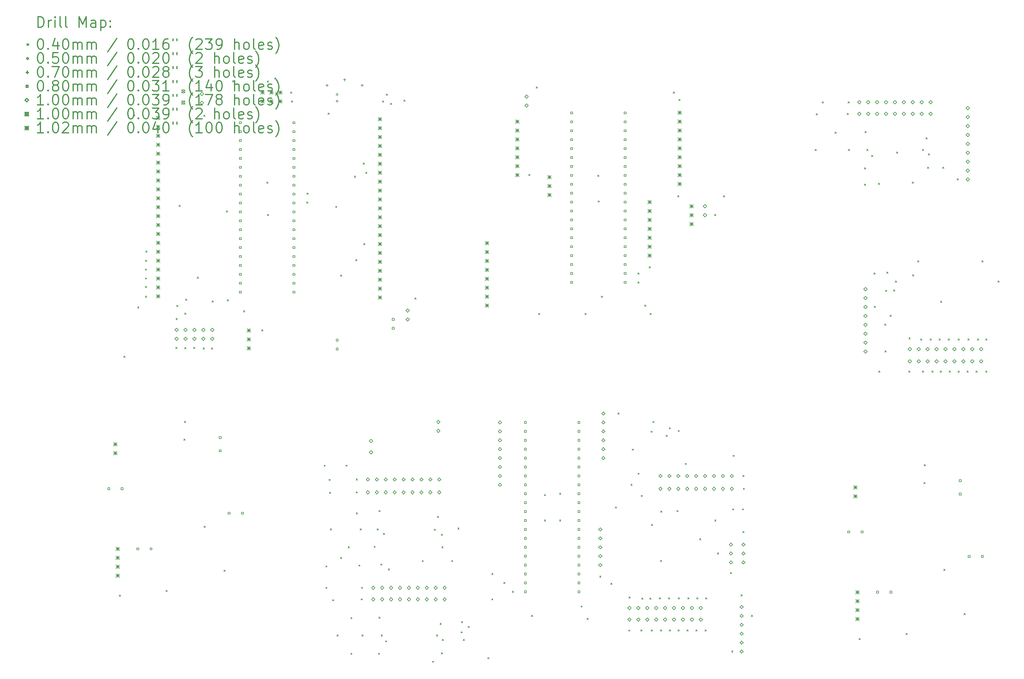
<source format=gbr>
%FSLAX45Y45*%
G04 Gerber Fmt 4.5, Leading zero omitted, Abs format (unit mm)*
G04 Created by KiCad (PCBNEW 4.0.6) date 01/10/18 21:06:59*
%MOMM*%
%LPD*%
G01*
G04 APERTURE LIST*
%ADD10C,0.127000*%
%ADD11C,0.200000*%
%ADD12C,0.300000*%
G04 APERTURE END LIST*
D10*
D11*
X2583500Y-16642400D02*
X2623500Y-16682400D01*
X2623500Y-16642400D02*
X2583500Y-16682400D01*
X2710500Y-9835200D02*
X2750500Y-9875200D01*
X2750500Y-9835200D02*
X2710500Y-9875200D01*
X2992440Y-2956880D02*
X3032440Y-2996880D01*
X3032440Y-2956880D02*
X2992440Y-2996880D01*
X3106740Y-8425500D02*
X3146740Y-8465500D01*
X3146740Y-8425500D02*
X3106740Y-8465500D01*
X3325180Y-7348540D02*
X3365180Y-7388540D01*
X3365180Y-7348540D02*
X3325180Y-7388540D01*
X3325180Y-7602540D02*
X3365180Y-7642540D01*
X3365180Y-7602540D02*
X3325180Y-7642540D01*
X3325180Y-7846380D02*
X3365180Y-7886380D01*
X3365180Y-7846380D02*
X3325180Y-7886380D01*
X3325180Y-8120700D02*
X3365180Y-8160700D01*
X3365180Y-8120700D02*
X3325180Y-8160700D01*
X3330260Y-7099620D02*
X3370260Y-7139620D01*
X3370260Y-7099620D02*
X3330260Y-7139620D01*
X3340420Y-6835460D02*
X3380420Y-6875460D01*
X3380420Y-6835460D02*
X3340420Y-6875460D01*
X3917000Y-16502700D02*
X3957000Y-16542700D01*
X3957000Y-16502700D02*
X3917000Y-16542700D01*
X4196400Y-9581200D02*
X4236400Y-9621200D01*
X4236400Y-9581200D02*
X4196400Y-9621200D01*
X4198940Y-8758240D02*
X4238940Y-8798240D01*
X4238940Y-8758240D02*
X4198940Y-8798240D01*
X4221800Y-8387400D02*
X4261800Y-8427400D01*
X4261800Y-8387400D02*
X4221800Y-8427400D01*
X4287840Y-5532440D02*
X4327840Y-5572440D01*
X4327840Y-5532440D02*
X4287840Y-5572440D01*
X4425000Y-12197400D02*
X4465000Y-12237400D01*
X4465000Y-12197400D02*
X4425000Y-12237400D01*
X4437700Y-11689400D02*
X4477700Y-11729400D01*
X4477700Y-11689400D02*
X4437700Y-11729400D01*
X4447860Y-9586280D02*
X4487860Y-9626280D01*
X4487860Y-9586280D02*
X4447860Y-9626280D01*
X4450400Y-8603300D02*
X4490400Y-8643300D01*
X4490400Y-8603300D02*
X4450400Y-8643300D01*
X4475800Y-8209600D02*
X4515800Y-8249600D01*
X4515800Y-8209600D02*
X4475800Y-8249600D01*
X4704400Y-9581200D02*
X4744400Y-9621200D01*
X4744400Y-9581200D02*
X4704400Y-9621200D01*
X4803460Y-7582220D02*
X4843460Y-7622220D01*
X4843460Y-7582220D02*
X4803460Y-7622220D01*
X4971100Y-9593900D02*
X5011100Y-9633900D01*
X5011100Y-9593900D02*
X4971100Y-9633900D01*
X4991420Y-2967040D02*
X5031420Y-3007040D01*
X5031420Y-2967040D02*
X4991420Y-3007040D01*
X4996500Y-14673900D02*
X5036500Y-14713900D01*
X5036500Y-14673900D02*
X4996500Y-14713900D01*
X5212400Y-9593900D02*
X5252400Y-9633900D01*
X5252400Y-9593900D02*
X5212400Y-9633900D01*
X5225100Y-8260400D02*
X5265100Y-8300400D01*
X5265100Y-8260400D02*
X5225100Y-8300400D01*
X5568000Y-15931200D02*
X5608000Y-15971200D01*
X5608000Y-15931200D02*
X5568000Y-15971200D01*
X5631500Y-5695000D02*
X5671500Y-5735000D01*
X5671500Y-5695000D02*
X5631500Y-5735000D01*
X5656900Y-8227380D02*
X5696900Y-8267380D01*
X5696900Y-8227380D02*
X5656900Y-8267380D01*
X5806760Y-1984060D02*
X5846760Y-2024060D01*
X5846760Y-1984060D02*
X5806760Y-2024060D01*
X6120450Y-8539800D02*
X6160450Y-8579800D01*
X6160450Y-8539800D02*
X6120450Y-8579800D01*
X6639880Y-9080820D02*
X6679880Y-9120820D01*
X6679880Y-9080820D02*
X6639880Y-9120820D01*
X6787200Y-4869500D02*
X6827200Y-4909500D01*
X6827200Y-4869500D02*
X6787200Y-4909500D01*
X6797360Y-1991680D02*
X6837360Y-2031680D01*
X6837360Y-1991680D02*
X6797360Y-2031680D01*
X6799900Y-5796600D02*
X6839900Y-5836600D01*
X6839900Y-5796600D02*
X6799900Y-5836600D01*
X7003100Y-1905320D02*
X7043100Y-1945320D01*
X7043100Y-1905320D02*
X7003100Y-1945320D01*
X7460300Y-2304100D02*
X7500300Y-2344100D01*
X7500300Y-2304100D02*
X7460300Y-2344100D01*
X7485700Y-2558100D02*
X7525700Y-2598100D01*
X7525700Y-2558100D02*
X7485700Y-2598100D01*
X7917500Y-5441000D02*
X7957500Y-5481000D01*
X7957500Y-5441000D02*
X7917500Y-5481000D01*
X7930200Y-5187000D02*
X7970200Y-5227000D01*
X7970200Y-5187000D02*
X7930200Y-5227000D01*
X8414700Y-12937300D02*
X8454700Y-12977300D01*
X8454700Y-12937300D02*
X8414700Y-12977300D01*
X8465500Y-15807500D02*
X8505500Y-15847500D01*
X8505500Y-15807500D02*
X8465500Y-15847500D01*
X8465500Y-16417100D02*
X8505500Y-16457100D01*
X8505500Y-16417100D02*
X8465500Y-16457100D01*
X8527100Y-2911160D02*
X8567100Y-2951160D01*
X8567100Y-2911160D02*
X8527100Y-2951160D01*
X8554400Y-13343700D02*
X8594400Y-13383700D01*
X8594400Y-13343700D02*
X8554400Y-13383700D01*
X8567100Y-13712000D02*
X8607100Y-13752000D01*
X8607100Y-13712000D02*
X8567100Y-13752000D01*
X8592500Y-14753400D02*
X8632500Y-14793400D01*
X8632500Y-14753400D02*
X8592500Y-14793400D01*
X8656000Y-16772700D02*
X8696000Y-16812700D01*
X8696000Y-16772700D02*
X8656000Y-16812700D01*
X8745540Y-5562920D02*
X8785540Y-5602920D01*
X8785540Y-5562920D02*
X8745540Y-5602920D01*
X8783000Y-17776000D02*
X8823000Y-17816000D01*
X8823000Y-17776000D02*
X8783000Y-17816000D01*
X8882700Y-7523800D02*
X8922700Y-7563800D01*
X8922700Y-7523800D02*
X8882700Y-7563800D01*
X8884600Y-15566200D02*
X8924600Y-15606200D01*
X8924600Y-15566200D02*
X8884600Y-15606200D01*
X9037000Y-12937300D02*
X9077000Y-12977300D01*
X9077000Y-12937300D02*
X9037000Y-12977300D01*
X9100500Y-15261400D02*
X9140500Y-15301400D01*
X9140500Y-15261400D02*
X9100500Y-15301400D01*
X9176700Y-17280700D02*
X9216700Y-17320700D01*
X9216700Y-17280700D02*
X9176700Y-17320700D01*
X9176700Y-18296700D02*
X9216700Y-18336700D01*
X9216700Y-18296700D02*
X9176700Y-18336700D01*
X9278940Y-4701860D02*
X9318940Y-4741860D01*
X9318940Y-4701860D02*
X9278940Y-4741860D01*
X9314500Y-7079300D02*
X9354500Y-7119300D01*
X9354500Y-7079300D02*
X9314500Y-7119300D01*
X9329100Y-13331000D02*
X9369100Y-13371000D01*
X9369100Y-13331000D02*
X9329100Y-13371000D01*
X9329100Y-13699300D02*
X9369100Y-13739300D01*
X9369100Y-13699300D02*
X9329100Y-13739300D01*
X9329100Y-14296200D02*
X9369100Y-14336200D01*
X9369100Y-14296200D02*
X9329100Y-14336200D01*
X9405300Y-15782100D02*
X9445300Y-15822100D01*
X9445300Y-15782100D02*
X9405300Y-15822100D01*
X9443400Y-14753400D02*
X9483400Y-14793400D01*
X9483400Y-14753400D02*
X9443400Y-14793400D01*
X9468800Y-16747300D02*
X9508800Y-16787300D01*
X9508800Y-16747300D02*
X9468800Y-16787300D01*
X9481500Y-16417100D02*
X9521500Y-16457100D01*
X9521500Y-16417100D02*
X9481500Y-16457100D01*
X9494200Y-17776000D02*
X9534200Y-17816000D01*
X9534200Y-17776000D02*
X9494200Y-17816000D01*
X9525320Y-4328480D02*
X9565320Y-4368480D01*
X9565320Y-4328480D02*
X9525320Y-4368480D01*
X9543100Y-6622100D02*
X9583100Y-6662100D01*
X9583100Y-6622100D02*
X9543100Y-6662100D01*
X9598980Y-4590100D02*
X9638980Y-4630100D01*
X9638980Y-4590100D02*
X9598980Y-4630100D01*
X9837100Y-15248700D02*
X9877100Y-15288700D01*
X9877100Y-15248700D02*
X9837100Y-15288700D01*
X9926000Y-14753400D02*
X9966000Y-14793400D01*
X9966000Y-14753400D02*
X9926000Y-14793400D01*
X9964100Y-18296700D02*
X10004100Y-18336700D01*
X10004100Y-18296700D02*
X9964100Y-18336700D01*
X9976800Y-14232700D02*
X10016800Y-14272700D01*
X10016800Y-14232700D02*
X9976800Y-14272700D01*
X9976800Y-17268000D02*
X10016800Y-17308000D01*
X10016800Y-17268000D02*
X9976800Y-17308000D01*
X10027600Y-15756700D02*
X10067600Y-15796700D01*
X10067600Y-15756700D02*
X10027600Y-15796700D01*
X10040300Y-17776000D02*
X10080300Y-17816000D01*
X10080300Y-17776000D02*
X10040300Y-17816000D01*
X10079040Y-2558100D02*
X10119040Y-2598100D01*
X10119040Y-2558100D02*
X10079040Y-2598100D01*
X10103800Y-14880400D02*
X10143800Y-14920400D01*
X10143800Y-14880400D02*
X10103800Y-14920400D01*
X10167300Y-17941100D02*
X10207300Y-17981100D01*
X10207300Y-17941100D02*
X10167300Y-17981100D01*
X10190800Y-2367600D02*
X10230800Y-2407600D01*
X10230800Y-2367600D02*
X10190800Y-2407600D01*
X10243500Y-15896400D02*
X10283500Y-15936400D01*
X10283500Y-15896400D02*
X10243500Y-15936400D01*
X10305100Y-2629220D02*
X10345100Y-2669220D01*
X10345100Y-2629220D02*
X10305100Y-2669220D01*
X10686100Y-2532700D02*
X10726100Y-2572700D01*
X10726100Y-2532700D02*
X10686100Y-2572700D01*
X11003600Y-8171500D02*
X11043600Y-8211500D01*
X11043600Y-8171500D02*
X11003600Y-8211500D01*
X11208700Y-15655100D02*
X11248700Y-15695100D01*
X11248700Y-15655100D02*
X11208700Y-15695100D01*
X11500800Y-18525300D02*
X11540800Y-18565300D01*
X11540800Y-18525300D02*
X11500800Y-18565300D01*
X11551600Y-14766100D02*
X11591600Y-14806100D01*
X11591600Y-14766100D02*
X11551600Y-14806100D01*
X11615100Y-17776000D02*
X11655100Y-17816000D01*
X11655100Y-17776000D02*
X11615100Y-17816000D01*
X11640500Y-14397800D02*
X11680500Y-14437800D01*
X11680500Y-14397800D02*
X11640500Y-14437800D01*
X11716700Y-17445800D02*
X11756700Y-17485800D01*
X11756700Y-17445800D02*
X11716700Y-17485800D01*
X11754800Y-14905800D02*
X11794800Y-14945800D01*
X11794800Y-14905800D02*
X11754800Y-14945800D01*
X11754800Y-18284000D02*
X11794800Y-18324000D01*
X11794800Y-18284000D02*
X11754800Y-18324000D01*
X11767500Y-15261400D02*
X11807500Y-15301400D01*
X11807500Y-15261400D02*
X11767500Y-15301400D01*
X11780200Y-17903000D02*
X11820200Y-17943000D01*
X11820200Y-17903000D02*
X11780200Y-17943000D01*
X12046900Y-15655100D02*
X12086900Y-15695100D01*
X12086900Y-15655100D02*
X12046900Y-15695100D01*
X12224700Y-14728000D02*
X12264700Y-14768000D01*
X12264700Y-14728000D02*
X12224700Y-14768000D01*
X12313600Y-17687100D02*
X12353600Y-17727100D01*
X12353600Y-17687100D02*
X12313600Y-17727100D01*
X12326300Y-17395000D02*
X12366300Y-17435000D01*
X12366300Y-17395000D02*
X12326300Y-17435000D01*
X12377100Y-17903000D02*
X12417100Y-17943000D01*
X12417100Y-17903000D02*
X12377100Y-17943000D01*
X12516800Y-17534700D02*
X12556800Y-17574700D01*
X12556800Y-17534700D02*
X12516800Y-17574700D01*
X13075600Y-18423700D02*
X13115600Y-18463700D01*
X13115600Y-18423700D02*
X13075600Y-18463700D01*
X13189900Y-16023400D02*
X13229900Y-16063400D01*
X13229900Y-16023400D02*
X13189900Y-16063400D01*
X13189900Y-16747300D02*
X13229900Y-16787300D01*
X13229900Y-16747300D02*
X13189900Y-16787300D01*
X13532800Y-16277400D02*
X13572800Y-16317400D01*
X13572800Y-16277400D02*
X13532800Y-16317400D01*
X13774100Y-16531400D02*
X13814100Y-16571400D01*
X13814100Y-16531400D02*
X13774100Y-16571400D01*
X14242100Y-4653600D02*
X14282100Y-4693600D01*
X14282100Y-4653600D02*
X14242100Y-4693600D01*
X14320200Y-17217200D02*
X14360200Y-17257200D01*
X14360200Y-17217200D02*
X14320200Y-17257200D01*
X14458000Y-2164400D02*
X14498000Y-2204400D01*
X14498000Y-2164400D02*
X14458000Y-2204400D01*
X14521500Y-8616000D02*
X14561500Y-8656000D01*
X14561500Y-8616000D02*
X14521500Y-8656000D01*
X14688500Y-13775500D02*
X14728500Y-13815500D01*
X14728500Y-13775500D02*
X14688500Y-13815500D01*
X14688500Y-14499400D02*
X14728500Y-14539400D01*
X14728500Y-14499400D02*
X14688500Y-14539400D01*
X15120300Y-13737400D02*
X15160300Y-13777400D01*
X15160300Y-13737400D02*
X15120300Y-13777400D01*
X15120300Y-14499400D02*
X15160300Y-14539400D01*
X15160300Y-14499400D02*
X15120300Y-14539400D01*
X15729900Y-16950500D02*
X15769900Y-16990500D01*
X15769900Y-16950500D02*
X15729900Y-16990500D01*
X15842300Y-8616000D02*
X15882300Y-8656000D01*
X15882300Y-8616000D02*
X15842300Y-8656000D01*
X15905800Y-17302800D02*
X15945800Y-17342800D01*
X15945800Y-17302800D02*
X15905800Y-17342800D01*
X16210600Y-4679000D02*
X16250600Y-4719000D01*
X16250600Y-4679000D02*
X16210600Y-4719000D01*
X16216950Y-5409250D02*
X16256950Y-5449250D01*
X16256950Y-5409250D02*
X16216950Y-5449250D01*
X16263300Y-16099600D02*
X16303300Y-16139600D01*
X16303300Y-16099600D02*
X16263300Y-16139600D01*
X16312200Y-8120700D02*
X16352200Y-8160700D01*
X16352200Y-8120700D02*
X16312200Y-8160700D01*
X16580800Y-16302800D02*
X16620800Y-16342800D01*
X16620800Y-16302800D02*
X16580800Y-16342800D01*
X16707800Y-14131100D02*
X16747800Y-14171100D01*
X16747800Y-14131100D02*
X16707800Y-14171100D01*
X16784000Y-11451400D02*
X16824000Y-11491400D01*
X16824000Y-11451400D02*
X16784000Y-11491400D01*
X17088800Y-17636300D02*
X17128800Y-17676300D01*
X17128800Y-17636300D02*
X17088800Y-17676300D01*
X17095150Y-16690150D02*
X17135150Y-16730150D01*
X17135150Y-16690150D02*
X17095150Y-16730150D01*
X17152300Y-13483400D02*
X17192300Y-13523400D01*
X17192300Y-13483400D02*
X17152300Y-13523400D01*
X17190400Y-12480100D02*
X17230400Y-12520100D01*
X17230400Y-12480100D02*
X17190400Y-12520100D01*
X17353600Y-7460300D02*
X17393600Y-7500300D01*
X17393600Y-7460300D02*
X17353600Y-7500300D01*
X17353600Y-7714300D02*
X17393600Y-7754300D01*
X17393600Y-7714300D02*
X17353600Y-7754300D01*
X17355500Y-13165900D02*
X17395500Y-13205900D01*
X17395500Y-13165900D02*
X17355500Y-13205900D01*
X17438050Y-17629950D02*
X17478050Y-17669950D01*
X17478050Y-17629950D02*
X17438050Y-17669950D01*
X17444400Y-13800900D02*
X17484400Y-13840900D01*
X17484400Y-13800900D02*
X17444400Y-13840900D01*
X17463450Y-16728250D02*
X17503450Y-16768250D01*
X17503450Y-16728250D02*
X17463450Y-16768250D01*
X17544100Y-8374700D02*
X17584100Y-8414700D01*
X17584100Y-8374700D02*
X17544100Y-8414700D01*
X17671100Y-7282500D02*
X17711100Y-7322500D01*
X17711100Y-7282500D02*
X17671100Y-7322500D01*
X17692050Y-16728250D02*
X17732050Y-16768250D01*
X17732050Y-16728250D02*
X17692050Y-16768250D01*
X17696500Y-8616000D02*
X17736500Y-8656000D01*
X17736500Y-8616000D02*
X17696500Y-8656000D01*
X17723800Y-11972100D02*
X17763800Y-12012100D01*
X17763800Y-11972100D02*
X17723800Y-12012100D01*
X17730150Y-17629950D02*
X17770150Y-17669950D01*
X17770150Y-17629950D02*
X17730150Y-17669950D01*
X17736500Y-14626400D02*
X17776500Y-14666400D01*
X17776500Y-14626400D02*
X17736500Y-14666400D01*
X17774600Y-11692700D02*
X17814600Y-11732700D01*
X17814600Y-11692700D02*
X17774600Y-11732700D01*
X17958750Y-16715550D02*
X17998750Y-16755550D01*
X17998750Y-16715550D02*
X17958750Y-16755550D01*
X17996850Y-15648750D02*
X18036850Y-15688750D01*
X18036850Y-15648750D02*
X17996850Y-15688750D01*
X17996850Y-17629950D02*
X18036850Y-17669950D01*
X18036850Y-17629950D02*
X17996850Y-17669950D01*
X18003200Y-14245400D02*
X18043200Y-14285400D01*
X18043200Y-14245400D02*
X18003200Y-14285400D01*
X18155600Y-12086400D02*
X18195600Y-12126400D01*
X18195600Y-12086400D02*
X18155600Y-12126400D01*
X18225450Y-16715550D02*
X18265450Y-16755550D01*
X18265450Y-16715550D02*
X18225450Y-16755550D01*
X18244500Y-11870500D02*
X18284500Y-11910500D01*
X18284500Y-11870500D02*
X18244500Y-11910500D01*
X18250850Y-17629950D02*
X18290850Y-17669950D01*
X18290850Y-17629950D02*
X18250850Y-17669950D01*
X18356900Y-2304100D02*
X18396900Y-2344100D01*
X18396900Y-2304100D02*
X18356900Y-2344100D01*
X18460400Y-14232700D02*
X18500400Y-14272700D01*
X18500400Y-14232700D02*
X18460400Y-14272700D01*
X18483900Y-5263200D02*
X18523900Y-5303200D01*
X18523900Y-5263200D02*
X18483900Y-5303200D01*
X18492150Y-17629950D02*
X18532150Y-17669950D01*
X18532150Y-17629950D02*
X18492150Y-17669950D01*
X18498500Y-11946700D02*
X18538500Y-11986700D01*
X18538500Y-11946700D02*
X18498500Y-11986700D01*
X18504850Y-16715550D02*
X18544850Y-16755550D01*
X18544850Y-16715550D02*
X18504850Y-16755550D01*
X18522000Y-2520000D02*
X18562000Y-2560000D01*
X18562000Y-2520000D02*
X18522000Y-2560000D01*
X18701700Y-12886500D02*
X18741700Y-12926500D01*
X18741700Y-12886500D02*
X18701700Y-12926500D01*
X18746150Y-17629950D02*
X18786150Y-17669950D01*
X18786150Y-17629950D02*
X18746150Y-17669950D01*
X18771550Y-16715550D02*
X18811550Y-16755550D01*
X18811550Y-16715550D02*
X18771550Y-16755550D01*
X19000150Y-17629950D02*
X19040150Y-17669950D01*
X19040150Y-17629950D02*
X19000150Y-17669950D01*
X19025550Y-16715550D02*
X19065550Y-16755550D01*
X19065550Y-16715550D02*
X19025550Y-16755550D01*
X19108100Y-15032800D02*
X19148100Y-15072800D01*
X19148100Y-15032800D02*
X19108100Y-15072800D01*
X19266850Y-17629950D02*
X19306850Y-17669950D01*
X19306850Y-17629950D02*
X19266850Y-17669950D01*
X19279550Y-16715550D02*
X19319550Y-16755550D01*
X19319550Y-16715550D02*
X19279550Y-16755550D01*
X19538000Y-5796600D02*
X19578000Y-5836600D01*
X19578000Y-5796600D02*
X19538000Y-5836600D01*
X19539900Y-14499400D02*
X19579900Y-14539400D01*
X19579900Y-14499400D02*
X19539900Y-14539400D01*
X19616100Y-15439200D02*
X19656100Y-15479200D01*
X19656100Y-15439200D02*
X19616100Y-15479200D01*
X19792000Y-5263200D02*
X19832000Y-5303200D01*
X19832000Y-5263200D02*
X19792000Y-5303200D01*
X19984400Y-15998000D02*
X20024400Y-16038000D01*
X20024400Y-15998000D02*
X19984400Y-16038000D01*
X20022500Y-18233200D02*
X20062500Y-18273200D01*
X20062500Y-18233200D02*
X20022500Y-18273200D01*
X20047900Y-14181900D02*
X20087900Y-14221900D01*
X20087900Y-14181900D02*
X20047900Y-14221900D01*
X20060600Y-12657900D02*
X20100600Y-12697900D01*
X20100600Y-12657900D02*
X20060600Y-12697900D01*
X20289200Y-16633000D02*
X20329200Y-16673000D01*
X20329200Y-16633000D02*
X20289200Y-16673000D01*
X20327300Y-14181900D02*
X20367300Y-14221900D01*
X20367300Y-14181900D02*
X20327300Y-14221900D01*
X20340000Y-13229400D02*
X20380000Y-13269400D01*
X20380000Y-13229400D02*
X20340000Y-13269400D01*
X20340000Y-14829600D02*
X20380000Y-14869600D01*
X20380000Y-14829600D02*
X20340000Y-14869600D01*
X20352700Y-13597700D02*
X20392700Y-13637700D01*
X20392700Y-13597700D02*
X20352700Y-13637700D01*
X20581300Y-17217200D02*
X20621300Y-17257200D01*
X20621300Y-17217200D02*
X20581300Y-17257200D01*
X22395500Y-3942400D02*
X22435500Y-3982400D01*
X22435500Y-3942400D02*
X22395500Y-3982400D01*
X22433600Y-2926400D02*
X22473600Y-2966400D01*
X22473600Y-2926400D02*
X22433600Y-2966400D01*
X22598700Y-2583500D02*
X22638700Y-2623500D01*
X22638700Y-2583500D02*
X22598700Y-2623500D01*
X22967000Y-3447100D02*
X23007000Y-3487100D01*
X23007000Y-3447100D02*
X22967000Y-3487100D01*
X23309900Y-2913700D02*
X23349900Y-2953700D01*
X23349900Y-2913700D02*
X23309900Y-2953700D01*
X23335300Y-2583500D02*
X23375300Y-2623500D01*
X23375300Y-2583500D02*
X23335300Y-2623500D01*
X23348000Y-3942400D02*
X23388000Y-3982400D01*
X23388000Y-3942400D02*
X23348000Y-3982400D01*
X23652800Y-17874300D02*
X23692800Y-17914300D01*
X23692800Y-17874300D02*
X23652800Y-17914300D01*
X23805200Y-4463100D02*
X23845200Y-4503100D01*
X23845200Y-4463100D02*
X23805200Y-4503100D01*
X23805200Y-4933000D02*
X23845200Y-4973000D01*
X23845200Y-4933000D02*
X23805200Y-4973000D01*
X23817900Y-3434400D02*
X23857900Y-3474400D01*
X23857900Y-3434400D02*
X23817900Y-3474400D01*
X23868700Y-3942400D02*
X23908700Y-3982400D01*
X23908700Y-3942400D02*
X23868700Y-3982400D01*
X24008400Y-4107500D02*
X24048400Y-4147500D01*
X24048400Y-4107500D02*
X24008400Y-4147500D01*
X24071900Y-7460300D02*
X24111900Y-7500300D01*
X24111900Y-7460300D02*
X24071900Y-7500300D01*
X24084600Y-8412800D02*
X24124600Y-8452800D01*
X24124600Y-8412800D02*
X24084600Y-8452800D01*
X24198900Y-4907600D02*
X24238900Y-4947600D01*
X24238900Y-4907600D02*
X24198900Y-4947600D01*
X24211600Y-10254300D02*
X24251600Y-10294300D01*
X24251600Y-10254300D02*
X24211600Y-10294300D01*
X24376700Y-8920800D02*
X24416700Y-8960800D01*
X24416700Y-8920800D02*
X24376700Y-8960800D01*
X24389400Y-9682800D02*
X24429400Y-9722800D01*
X24429400Y-9682800D02*
X24389400Y-9722800D01*
X24402100Y-7955600D02*
X24442100Y-7995600D01*
X24442100Y-7955600D02*
X24402100Y-7995600D01*
X24440200Y-7434900D02*
X24480200Y-7474900D01*
X24480200Y-7434900D02*
X24440200Y-7474900D01*
X24529100Y-8666800D02*
X24569100Y-8706800D01*
X24569100Y-8666800D02*
X24529100Y-8706800D01*
X24630700Y-7942900D02*
X24670700Y-7982900D01*
X24670700Y-7942900D02*
X24630700Y-7982900D01*
X24681500Y-7688900D02*
X24721500Y-7728900D01*
X24721500Y-7688900D02*
X24681500Y-7728900D01*
X24719600Y-4018600D02*
X24759600Y-4058600D01*
X24759600Y-4018600D02*
X24719600Y-4058600D01*
X24986300Y-17734600D02*
X25026300Y-17774600D01*
X25026300Y-17734600D02*
X24986300Y-17774600D01*
X25062500Y-10254300D02*
X25102500Y-10294300D01*
X25102500Y-10254300D02*
X25062500Y-10294300D01*
X25068850Y-9308150D02*
X25108850Y-9348150D01*
X25108850Y-9308150D02*
X25068850Y-9348150D01*
X25164100Y-4869500D02*
X25204100Y-4909500D01*
X25204100Y-4869500D02*
X25164100Y-4909500D01*
X25176800Y-7511100D02*
X25216800Y-7551100D01*
X25216800Y-7511100D02*
X25176800Y-7551100D01*
X25316500Y-7117400D02*
X25356500Y-7157400D01*
X25356500Y-7117400D02*
X25316500Y-7157400D01*
X25405400Y-9339900D02*
X25445400Y-9379900D01*
X25445400Y-9339900D02*
X25405400Y-9379900D01*
X25456200Y-3942400D02*
X25496200Y-3982400D01*
X25496200Y-3942400D02*
X25456200Y-3982400D01*
X25456200Y-10254300D02*
X25496200Y-10294300D01*
X25496200Y-10254300D02*
X25456200Y-10294300D01*
X25494300Y-13429300D02*
X25534300Y-13469300D01*
X25534300Y-13429300D02*
X25494300Y-13469300D01*
X25507000Y-12921300D02*
X25547000Y-12961300D01*
X25547000Y-12921300D02*
X25507000Y-12961300D01*
X25557800Y-3612200D02*
X25597800Y-3652200D01*
X25597800Y-3612200D02*
X25557800Y-3652200D01*
X25595900Y-4450400D02*
X25635900Y-4490400D01*
X25635900Y-4450400D02*
X25595900Y-4490400D01*
X25621300Y-4069400D02*
X25661300Y-4109400D01*
X25661300Y-4069400D02*
X25621300Y-4109400D01*
X25672100Y-9339900D02*
X25712100Y-9379900D01*
X25712100Y-9339900D02*
X25672100Y-9379900D01*
X25722900Y-10254300D02*
X25762900Y-10294300D01*
X25762900Y-10254300D02*
X25722900Y-10294300D01*
X25926100Y-9339900D02*
X25966100Y-9379900D01*
X25966100Y-9339900D02*
X25926100Y-9379900D01*
X25964200Y-10254300D02*
X26004200Y-10294300D01*
X26004200Y-10254300D02*
X25964200Y-10294300D01*
X25970550Y-8266750D02*
X26010550Y-8306750D01*
X26010550Y-8266750D02*
X25970550Y-8306750D01*
X26027700Y-4450400D02*
X26067700Y-4490400D01*
X26067700Y-4450400D02*
X26027700Y-4490400D01*
X26065800Y-15905800D02*
X26105800Y-15945800D01*
X26105800Y-15905800D02*
X26065800Y-15945800D01*
X26192800Y-9339900D02*
X26232800Y-9379900D01*
X26232800Y-9339900D02*
X26192800Y-9379900D01*
X26218200Y-10254300D02*
X26258200Y-10294300D01*
X26258200Y-10254300D02*
X26218200Y-10294300D01*
X26446800Y-4780600D02*
X26486800Y-4820600D01*
X26486800Y-4780600D02*
X26446800Y-4820600D01*
X26472200Y-9339900D02*
X26512200Y-9379900D01*
X26512200Y-9339900D02*
X26472200Y-9379900D01*
X26472200Y-10254300D02*
X26512200Y-10294300D01*
X26512200Y-10254300D02*
X26472200Y-10294300D01*
X26637300Y-17163100D02*
X26677300Y-17203100D01*
X26677300Y-17163100D02*
X26637300Y-17203100D01*
X26726200Y-10254300D02*
X26766200Y-10294300D01*
X26766200Y-10254300D02*
X26726200Y-10294300D01*
X26751600Y-9339900D02*
X26791600Y-9379900D01*
X26791600Y-9339900D02*
X26751600Y-9379900D01*
X26980200Y-10254300D02*
X27020200Y-10294300D01*
X27020200Y-10254300D02*
X26980200Y-10294300D01*
X27018300Y-9339900D02*
X27058300Y-9379900D01*
X27058300Y-9339900D02*
X27018300Y-9379900D01*
X27145300Y-7117400D02*
X27185300Y-7157400D01*
X27185300Y-7117400D02*
X27145300Y-7157400D01*
X27259600Y-9339900D02*
X27299600Y-9379900D01*
X27299600Y-9339900D02*
X27259600Y-9379900D01*
X27259600Y-10254300D02*
X27299600Y-10294300D01*
X27299600Y-10254300D02*
X27259600Y-10294300D01*
X27602500Y-7688900D02*
X27642500Y-7728900D01*
X27642500Y-7688900D02*
X27602500Y-7728900D01*
X8813400Y-2382520D02*
G75*
G03X8813400Y-2382520I-25000J0D01*
G01*
X8813400Y-2572520D02*
G75*
G03X8813400Y-2572520I-25000J0D01*
G01*
X8501760Y-2087160D02*
X8501760Y-2157160D01*
X8466760Y-2122160D02*
X8536760Y-2122160D01*
X9001760Y-1927160D02*
X9001760Y-1997160D01*
X8966760Y-1962160D02*
X9036760Y-1962160D01*
X9501760Y-2087160D02*
X9501760Y-2157160D01*
X9466760Y-2122160D02*
X9536760Y-2122160D01*
X2315285Y-13642684D02*
X2315285Y-13586115D01*
X2258716Y-13586115D01*
X2258716Y-13642684D01*
X2315285Y-13642684D01*
X2695285Y-13642684D02*
X2695285Y-13586115D01*
X2638716Y-13586115D01*
X2638716Y-13642684D01*
X2695285Y-13642684D01*
X3139784Y-15357184D02*
X3139784Y-15300615D01*
X3083215Y-15300615D01*
X3083215Y-15357184D01*
X3139784Y-15357184D01*
X3519784Y-15357184D02*
X3519784Y-15300615D01*
X3463215Y-15300615D01*
X3463215Y-15357184D01*
X3519784Y-15357184D01*
X5489285Y-12183184D02*
X5489285Y-12126615D01*
X5432716Y-12126615D01*
X5432716Y-12183184D01*
X5489285Y-12183184D01*
X5489285Y-12563184D02*
X5489285Y-12506615D01*
X5432716Y-12506615D01*
X5432716Y-12563184D01*
X5489285Y-12563184D01*
X5743284Y-14341184D02*
X5743284Y-14284615D01*
X5686715Y-14284615D01*
X5686715Y-14341184D01*
X5743284Y-14341184D01*
X6060784Y-3215984D02*
X6060784Y-3159415D01*
X6004215Y-3159415D01*
X6004215Y-3215984D01*
X6060784Y-3215984D01*
X6060784Y-3469984D02*
X6060784Y-3413415D01*
X6004215Y-3413415D01*
X6004215Y-3469984D01*
X6060784Y-3469984D01*
X6060784Y-3723984D02*
X6060784Y-3667415D01*
X6004215Y-3667415D01*
X6004215Y-3723984D01*
X6060784Y-3723984D01*
X6060784Y-3977984D02*
X6060784Y-3921415D01*
X6004215Y-3921415D01*
X6004215Y-3977984D01*
X6060784Y-3977984D01*
X6060784Y-4231985D02*
X6060784Y-4175415D01*
X6004215Y-4175415D01*
X6004215Y-4231985D01*
X6060784Y-4231985D01*
X6060784Y-4485985D02*
X6060784Y-4429416D01*
X6004215Y-4429416D01*
X6004215Y-4485985D01*
X6060784Y-4485985D01*
X6060784Y-4739985D02*
X6060784Y-4683416D01*
X6004215Y-4683416D01*
X6004215Y-4739985D01*
X6060784Y-4739985D01*
X6060784Y-4993985D02*
X6060784Y-4937416D01*
X6004215Y-4937416D01*
X6004215Y-4993985D01*
X6060784Y-4993985D01*
X6060784Y-5247985D02*
X6060784Y-5191416D01*
X6004215Y-5191416D01*
X6004215Y-5247985D01*
X6060784Y-5247985D01*
X6060784Y-5501985D02*
X6060784Y-5445416D01*
X6004215Y-5445416D01*
X6004215Y-5501985D01*
X6060784Y-5501985D01*
X6060784Y-5755984D02*
X6060784Y-5699415D01*
X6004215Y-5699415D01*
X6004215Y-5755984D01*
X6060784Y-5755984D01*
X6060784Y-6009984D02*
X6060784Y-5953415D01*
X6004215Y-5953415D01*
X6004215Y-6009984D01*
X6060784Y-6009984D01*
X6060784Y-6263984D02*
X6060784Y-6207415D01*
X6004215Y-6207415D01*
X6004215Y-6263984D01*
X6060784Y-6263984D01*
X6060784Y-6517984D02*
X6060784Y-6461415D01*
X6004215Y-6461415D01*
X6004215Y-6517984D01*
X6060784Y-6517984D01*
X6060784Y-6771984D02*
X6060784Y-6715415D01*
X6004215Y-6715415D01*
X6004215Y-6771984D01*
X6060784Y-6771984D01*
X6060784Y-7025984D02*
X6060784Y-6969415D01*
X6004215Y-6969415D01*
X6004215Y-7025984D01*
X6060784Y-7025984D01*
X6060784Y-7279984D02*
X6060784Y-7223415D01*
X6004215Y-7223415D01*
X6004215Y-7279984D01*
X6060784Y-7279984D01*
X6060784Y-7533984D02*
X6060784Y-7477415D01*
X6004215Y-7477415D01*
X6004215Y-7533984D01*
X6060784Y-7533984D01*
X6060784Y-7787984D02*
X6060784Y-7731415D01*
X6004215Y-7731415D01*
X6004215Y-7787984D01*
X6060784Y-7787984D01*
X6060784Y-8041984D02*
X6060784Y-7985415D01*
X6004215Y-7985415D01*
X6004215Y-8041984D01*
X6060784Y-8041984D01*
X6123284Y-14341184D02*
X6123284Y-14284615D01*
X6066715Y-14284615D01*
X6066715Y-14341184D01*
X6123284Y-14341184D01*
X7584784Y-3215984D02*
X7584784Y-3159415D01*
X7528215Y-3159415D01*
X7528215Y-3215984D01*
X7584784Y-3215984D01*
X7584784Y-3469984D02*
X7584784Y-3413415D01*
X7528215Y-3413415D01*
X7528215Y-3469984D01*
X7584784Y-3469984D01*
X7584784Y-3723984D02*
X7584784Y-3667415D01*
X7528215Y-3667415D01*
X7528215Y-3723984D01*
X7584784Y-3723984D01*
X7584784Y-3977984D02*
X7584784Y-3921415D01*
X7528215Y-3921415D01*
X7528215Y-3977984D01*
X7584784Y-3977984D01*
X7584784Y-4231985D02*
X7584784Y-4175415D01*
X7528215Y-4175415D01*
X7528215Y-4231985D01*
X7584784Y-4231985D01*
X7584784Y-4485985D02*
X7584784Y-4429416D01*
X7528215Y-4429416D01*
X7528215Y-4485985D01*
X7584784Y-4485985D01*
X7584784Y-4739985D02*
X7584784Y-4683416D01*
X7528215Y-4683416D01*
X7528215Y-4739985D01*
X7584784Y-4739985D01*
X7584784Y-4993985D02*
X7584784Y-4937416D01*
X7528215Y-4937416D01*
X7528215Y-4993985D01*
X7584784Y-4993985D01*
X7584784Y-5247985D02*
X7584784Y-5191416D01*
X7528215Y-5191416D01*
X7528215Y-5247985D01*
X7584784Y-5247985D01*
X7584784Y-5501985D02*
X7584784Y-5445416D01*
X7528215Y-5445416D01*
X7528215Y-5501985D01*
X7584784Y-5501985D01*
X7584784Y-5755984D02*
X7584784Y-5699415D01*
X7528215Y-5699415D01*
X7528215Y-5755984D01*
X7584784Y-5755984D01*
X7584784Y-6009984D02*
X7584784Y-5953415D01*
X7528215Y-5953415D01*
X7528215Y-6009984D01*
X7584784Y-6009984D01*
X7584784Y-6263984D02*
X7584784Y-6207415D01*
X7528215Y-6207415D01*
X7528215Y-6263984D01*
X7584784Y-6263984D01*
X7584784Y-6517984D02*
X7584784Y-6461415D01*
X7528215Y-6461415D01*
X7528215Y-6517984D01*
X7584784Y-6517984D01*
X7584784Y-6771984D02*
X7584784Y-6715415D01*
X7528215Y-6715415D01*
X7528215Y-6771984D01*
X7584784Y-6771984D01*
X7584784Y-7025984D02*
X7584784Y-6969415D01*
X7528215Y-6969415D01*
X7528215Y-7025984D01*
X7584784Y-7025984D01*
X7584784Y-7279984D02*
X7584784Y-7223415D01*
X7528215Y-7223415D01*
X7528215Y-7279984D01*
X7584784Y-7279984D01*
X7584784Y-7533984D02*
X7584784Y-7477415D01*
X7528215Y-7477415D01*
X7528215Y-7533984D01*
X7584784Y-7533984D01*
X7584784Y-7787984D02*
X7584784Y-7731415D01*
X7528215Y-7731415D01*
X7528215Y-7787984D01*
X7584784Y-7787984D01*
X7584784Y-8041984D02*
X7584784Y-7985415D01*
X7528215Y-7985415D01*
X7528215Y-8041984D01*
X7584784Y-8041984D01*
X8819225Y-9408505D02*
X8819225Y-9351936D01*
X8762656Y-9351936D01*
X8762656Y-9408505D01*
X8819225Y-9408505D01*
X8819225Y-9662505D02*
X8819225Y-9605936D01*
X8762656Y-9605936D01*
X8762656Y-9662505D01*
X8819225Y-9662505D01*
X10416885Y-8816685D02*
X10416885Y-8760116D01*
X10360316Y-8760116D01*
X10360316Y-8816685D01*
X10416885Y-8816685D01*
X10416885Y-9070685D02*
X10416885Y-9014116D01*
X10360316Y-9014116D01*
X10360316Y-9070685D01*
X10416885Y-9070685D01*
X14177984Y-11753684D02*
X14177984Y-11697115D01*
X14121415Y-11697115D01*
X14121415Y-11753684D01*
X14177984Y-11753684D01*
X14177984Y-12007684D02*
X14177984Y-11951115D01*
X14121415Y-11951115D01*
X14121415Y-12007684D01*
X14177984Y-12007684D01*
X14177984Y-12261684D02*
X14177984Y-12205115D01*
X14121415Y-12205115D01*
X14121415Y-12261684D01*
X14177984Y-12261684D01*
X14177984Y-12515684D02*
X14177984Y-12459115D01*
X14121415Y-12459115D01*
X14121415Y-12515684D01*
X14177984Y-12515684D01*
X14177984Y-12769684D02*
X14177984Y-12713115D01*
X14121415Y-12713115D01*
X14121415Y-12769684D01*
X14177984Y-12769684D01*
X14177984Y-13023684D02*
X14177984Y-12967115D01*
X14121415Y-12967115D01*
X14121415Y-13023684D01*
X14177984Y-13023684D01*
X14177984Y-13277684D02*
X14177984Y-13221115D01*
X14121415Y-13221115D01*
X14121415Y-13277684D01*
X14177984Y-13277684D01*
X14177984Y-13531684D02*
X14177984Y-13475115D01*
X14121415Y-13475115D01*
X14121415Y-13531684D01*
X14177984Y-13531684D01*
X14177984Y-13785684D02*
X14177984Y-13729115D01*
X14121415Y-13729115D01*
X14121415Y-13785684D01*
X14177984Y-13785684D01*
X14177984Y-14039684D02*
X14177984Y-13983115D01*
X14121415Y-13983115D01*
X14121415Y-14039684D01*
X14177984Y-14039684D01*
X14177984Y-14293684D02*
X14177984Y-14237115D01*
X14121415Y-14237115D01*
X14121415Y-14293684D01*
X14177984Y-14293684D01*
X14177984Y-14547684D02*
X14177984Y-14491115D01*
X14121415Y-14491115D01*
X14121415Y-14547684D01*
X14177984Y-14547684D01*
X14177984Y-14801684D02*
X14177984Y-14745115D01*
X14121415Y-14745115D01*
X14121415Y-14801684D01*
X14177984Y-14801684D01*
X14177984Y-15055684D02*
X14177984Y-14999115D01*
X14121415Y-14999115D01*
X14121415Y-15055684D01*
X14177984Y-15055684D01*
X14177984Y-15309684D02*
X14177984Y-15253115D01*
X14121415Y-15253115D01*
X14121415Y-15309684D01*
X14177984Y-15309684D01*
X14177984Y-15563684D02*
X14177984Y-15507115D01*
X14121415Y-15507115D01*
X14121415Y-15563684D01*
X14177984Y-15563684D01*
X14177984Y-15817684D02*
X14177984Y-15761115D01*
X14121415Y-15761115D01*
X14121415Y-15817684D01*
X14177984Y-15817684D01*
X14177984Y-16071684D02*
X14177984Y-16015115D01*
X14121415Y-16015115D01*
X14121415Y-16071684D01*
X14177984Y-16071684D01*
X14177984Y-16325684D02*
X14177984Y-16269115D01*
X14121415Y-16269115D01*
X14121415Y-16325684D01*
X14177984Y-16325684D01*
X14177984Y-16579684D02*
X14177984Y-16523115D01*
X14121415Y-16523115D01*
X14121415Y-16579684D01*
X14177984Y-16579684D01*
X15496884Y-2936584D02*
X15496884Y-2880015D01*
X15440315Y-2880015D01*
X15440315Y-2936584D01*
X15496884Y-2936584D01*
X15496884Y-3190584D02*
X15496884Y-3134015D01*
X15440315Y-3134015D01*
X15440315Y-3190584D01*
X15496884Y-3190584D01*
X15496884Y-3444584D02*
X15496884Y-3388015D01*
X15440315Y-3388015D01*
X15440315Y-3444584D01*
X15496884Y-3444584D01*
X15496884Y-3698584D02*
X15496884Y-3642015D01*
X15440315Y-3642015D01*
X15440315Y-3698584D01*
X15496884Y-3698584D01*
X15496884Y-3952584D02*
X15496884Y-3896015D01*
X15440315Y-3896015D01*
X15440315Y-3952584D01*
X15496884Y-3952584D01*
X15496884Y-4206585D02*
X15496884Y-4150015D01*
X15440315Y-4150015D01*
X15440315Y-4206585D01*
X15496884Y-4206585D01*
X15496884Y-4460585D02*
X15496884Y-4404016D01*
X15440315Y-4404016D01*
X15440315Y-4460585D01*
X15496884Y-4460585D01*
X15496884Y-4714585D02*
X15496884Y-4658016D01*
X15440315Y-4658016D01*
X15440315Y-4714585D01*
X15496884Y-4714585D01*
X15496884Y-4968585D02*
X15496884Y-4912016D01*
X15440315Y-4912016D01*
X15440315Y-4968585D01*
X15496884Y-4968585D01*
X15496884Y-5222585D02*
X15496884Y-5166016D01*
X15440315Y-5166016D01*
X15440315Y-5222585D01*
X15496884Y-5222585D01*
X15496884Y-5476585D02*
X15496884Y-5420016D01*
X15440315Y-5420016D01*
X15440315Y-5476585D01*
X15496884Y-5476585D01*
X15496884Y-5730584D02*
X15496884Y-5674015D01*
X15440315Y-5674015D01*
X15440315Y-5730584D01*
X15496884Y-5730584D01*
X15496884Y-5984584D02*
X15496884Y-5928015D01*
X15440315Y-5928015D01*
X15440315Y-5984584D01*
X15496884Y-5984584D01*
X15496884Y-6238584D02*
X15496884Y-6182015D01*
X15440315Y-6182015D01*
X15440315Y-6238584D01*
X15496884Y-6238584D01*
X15496884Y-6492584D02*
X15496884Y-6436015D01*
X15440315Y-6436015D01*
X15440315Y-6492584D01*
X15496884Y-6492584D01*
X15496884Y-6746584D02*
X15496884Y-6690015D01*
X15440315Y-6690015D01*
X15440315Y-6746584D01*
X15496884Y-6746584D01*
X15496884Y-7000584D02*
X15496884Y-6944015D01*
X15440315Y-6944015D01*
X15440315Y-7000584D01*
X15496884Y-7000584D01*
X15496884Y-7254584D02*
X15496884Y-7198015D01*
X15440315Y-7198015D01*
X15440315Y-7254584D01*
X15496884Y-7254584D01*
X15496884Y-7508584D02*
X15496884Y-7452015D01*
X15440315Y-7452015D01*
X15440315Y-7508584D01*
X15496884Y-7508584D01*
X15496884Y-7762584D02*
X15496884Y-7706015D01*
X15440315Y-7706015D01*
X15440315Y-7762584D01*
X15496884Y-7762584D01*
X15701984Y-11753684D02*
X15701984Y-11697115D01*
X15645415Y-11697115D01*
X15645415Y-11753684D01*
X15701984Y-11753684D01*
X15701984Y-12007684D02*
X15701984Y-11951115D01*
X15645415Y-11951115D01*
X15645415Y-12007684D01*
X15701984Y-12007684D01*
X15701984Y-12261684D02*
X15701984Y-12205115D01*
X15645415Y-12205115D01*
X15645415Y-12261684D01*
X15701984Y-12261684D01*
X15701984Y-12515684D02*
X15701984Y-12459115D01*
X15645415Y-12459115D01*
X15645415Y-12515684D01*
X15701984Y-12515684D01*
X15701984Y-12769684D02*
X15701984Y-12713115D01*
X15645415Y-12713115D01*
X15645415Y-12769684D01*
X15701984Y-12769684D01*
X15701984Y-13023684D02*
X15701984Y-12967115D01*
X15645415Y-12967115D01*
X15645415Y-13023684D01*
X15701984Y-13023684D01*
X15701984Y-13277684D02*
X15701984Y-13221115D01*
X15645415Y-13221115D01*
X15645415Y-13277684D01*
X15701984Y-13277684D01*
X15701984Y-13531684D02*
X15701984Y-13475115D01*
X15645415Y-13475115D01*
X15645415Y-13531684D01*
X15701984Y-13531684D01*
X15701984Y-13785684D02*
X15701984Y-13729115D01*
X15645415Y-13729115D01*
X15645415Y-13785684D01*
X15701984Y-13785684D01*
X15701984Y-14039684D02*
X15701984Y-13983115D01*
X15645415Y-13983115D01*
X15645415Y-14039684D01*
X15701984Y-14039684D01*
X15701984Y-14293684D02*
X15701984Y-14237115D01*
X15645415Y-14237115D01*
X15645415Y-14293684D01*
X15701984Y-14293684D01*
X15701984Y-14547684D02*
X15701984Y-14491115D01*
X15645415Y-14491115D01*
X15645415Y-14547684D01*
X15701984Y-14547684D01*
X15701984Y-14801684D02*
X15701984Y-14745115D01*
X15645415Y-14745115D01*
X15645415Y-14801684D01*
X15701984Y-14801684D01*
X15701984Y-15055684D02*
X15701984Y-14999115D01*
X15645415Y-14999115D01*
X15645415Y-15055684D01*
X15701984Y-15055684D01*
X15701984Y-15309684D02*
X15701984Y-15253115D01*
X15645415Y-15253115D01*
X15645415Y-15309684D01*
X15701984Y-15309684D01*
X15701984Y-15563684D02*
X15701984Y-15507115D01*
X15645415Y-15507115D01*
X15645415Y-15563684D01*
X15701984Y-15563684D01*
X15701984Y-15817684D02*
X15701984Y-15761115D01*
X15645415Y-15761115D01*
X15645415Y-15817684D01*
X15701984Y-15817684D01*
X15701984Y-16071684D02*
X15701984Y-16015115D01*
X15645415Y-16015115D01*
X15645415Y-16071684D01*
X15701984Y-16071684D01*
X15701984Y-16325684D02*
X15701984Y-16269115D01*
X15645415Y-16269115D01*
X15645415Y-16325684D01*
X15701984Y-16325684D01*
X15701984Y-16579684D02*
X15701984Y-16523115D01*
X15645415Y-16523115D01*
X15645415Y-16579684D01*
X15701984Y-16579684D01*
X17020885Y-2936584D02*
X17020885Y-2880015D01*
X16964316Y-2880015D01*
X16964316Y-2936584D01*
X17020885Y-2936584D01*
X17020885Y-3190584D02*
X17020885Y-3134015D01*
X16964316Y-3134015D01*
X16964316Y-3190584D01*
X17020885Y-3190584D01*
X17020885Y-3444584D02*
X17020885Y-3388015D01*
X16964316Y-3388015D01*
X16964316Y-3444584D01*
X17020885Y-3444584D01*
X17020885Y-3698584D02*
X17020885Y-3642015D01*
X16964316Y-3642015D01*
X16964316Y-3698584D01*
X17020885Y-3698584D01*
X17020885Y-3952584D02*
X17020885Y-3896015D01*
X16964316Y-3896015D01*
X16964316Y-3952584D01*
X17020885Y-3952584D01*
X17020885Y-4206585D02*
X17020885Y-4150015D01*
X16964316Y-4150015D01*
X16964316Y-4206585D01*
X17020885Y-4206585D01*
X17020885Y-4460585D02*
X17020885Y-4404016D01*
X16964316Y-4404016D01*
X16964316Y-4460585D01*
X17020885Y-4460585D01*
X17020885Y-4714585D02*
X17020885Y-4658016D01*
X16964316Y-4658016D01*
X16964316Y-4714585D01*
X17020885Y-4714585D01*
X17020885Y-4968585D02*
X17020885Y-4912016D01*
X16964316Y-4912016D01*
X16964316Y-4968585D01*
X17020885Y-4968585D01*
X17020885Y-5222585D02*
X17020885Y-5166016D01*
X16964316Y-5166016D01*
X16964316Y-5222585D01*
X17020885Y-5222585D01*
X17020885Y-5476585D02*
X17020885Y-5420016D01*
X16964316Y-5420016D01*
X16964316Y-5476585D01*
X17020885Y-5476585D01*
X17020885Y-5730584D02*
X17020885Y-5674015D01*
X16964316Y-5674015D01*
X16964316Y-5730584D01*
X17020885Y-5730584D01*
X17020885Y-5984584D02*
X17020885Y-5928015D01*
X16964316Y-5928015D01*
X16964316Y-5984584D01*
X17020885Y-5984584D01*
X17020885Y-6238584D02*
X17020885Y-6182015D01*
X16964316Y-6182015D01*
X16964316Y-6238584D01*
X17020885Y-6238584D01*
X17020885Y-6492584D02*
X17020885Y-6436015D01*
X16964316Y-6436015D01*
X16964316Y-6492584D01*
X17020885Y-6492584D01*
X17020885Y-6746584D02*
X17020885Y-6690015D01*
X16964316Y-6690015D01*
X16964316Y-6746584D01*
X17020885Y-6746584D01*
X17020885Y-7000584D02*
X17020885Y-6944015D01*
X16964316Y-6944015D01*
X16964316Y-7000584D01*
X17020885Y-7000584D01*
X17020885Y-7254584D02*
X17020885Y-7198015D01*
X16964316Y-7198015D01*
X16964316Y-7254584D01*
X17020885Y-7254584D01*
X17020885Y-7508584D02*
X17020885Y-7452015D01*
X16964316Y-7452015D01*
X16964316Y-7508584D01*
X17020885Y-7508584D01*
X17020885Y-7762584D02*
X17020885Y-7706015D01*
X16964316Y-7706015D01*
X16964316Y-7762584D01*
X17020885Y-7762584D01*
X23384584Y-14874584D02*
X23384584Y-14818015D01*
X23328015Y-14818015D01*
X23328015Y-14874584D01*
X23384584Y-14874584D01*
X23764584Y-14874584D02*
X23764584Y-14818015D01*
X23708015Y-14818015D01*
X23708015Y-14874584D01*
X23764584Y-14874584D01*
X24209084Y-16589084D02*
X24209084Y-16532515D01*
X24152515Y-16532515D01*
X24152515Y-16589084D01*
X24209084Y-16589084D01*
X24589084Y-16589084D02*
X24589084Y-16532515D01*
X24532515Y-16532515D01*
X24532515Y-16589084D01*
X24589084Y-16589084D01*
X26558584Y-13415084D02*
X26558584Y-13358515D01*
X26502015Y-13358515D01*
X26502015Y-13415084D01*
X26558584Y-13415084D01*
X26558584Y-13795084D02*
X26558584Y-13738515D01*
X26502015Y-13738515D01*
X26502015Y-13795084D01*
X26558584Y-13795084D01*
X26812584Y-15573084D02*
X26812584Y-15516515D01*
X26756015Y-15516515D01*
X26756015Y-15573084D01*
X26812584Y-15573084D01*
X27192584Y-15573084D02*
X27192584Y-15516515D01*
X27136015Y-15516515D01*
X27136015Y-15573084D01*
X27192584Y-15573084D01*
X4218940Y-9135580D02*
X4268940Y-9085580D01*
X4218940Y-9035580D01*
X4168940Y-9085580D01*
X4218940Y-9135580D01*
X4218940Y-9389580D02*
X4268940Y-9339580D01*
X4218940Y-9289580D01*
X4168940Y-9339580D01*
X4218940Y-9389580D01*
X4472940Y-9135580D02*
X4522940Y-9085580D01*
X4472940Y-9035580D01*
X4422940Y-9085580D01*
X4472940Y-9135580D01*
X4472940Y-9389580D02*
X4522940Y-9339580D01*
X4472940Y-9289580D01*
X4422940Y-9339580D01*
X4472940Y-9389580D01*
X4726940Y-9135580D02*
X4776940Y-9085580D01*
X4726940Y-9035580D01*
X4676940Y-9085580D01*
X4726940Y-9135580D01*
X4726940Y-9389580D02*
X4776940Y-9339580D01*
X4726940Y-9289580D01*
X4676940Y-9339580D01*
X4726940Y-9389580D01*
X4940300Y-2412200D02*
X4990300Y-2362200D01*
X4940300Y-2312200D01*
X4890300Y-2362200D01*
X4940300Y-2412200D01*
X4940300Y-2666200D02*
X4990300Y-2616200D01*
X4940300Y-2566200D01*
X4890300Y-2616200D01*
X4940300Y-2666200D01*
X4980940Y-9135580D02*
X5030940Y-9085580D01*
X4980940Y-9035580D01*
X4930940Y-9085580D01*
X4980940Y-9135580D01*
X4980940Y-9389580D02*
X5030940Y-9339580D01*
X4980940Y-9289580D01*
X4930940Y-9339580D01*
X4980940Y-9389580D01*
X5234940Y-9135580D02*
X5284940Y-9085580D01*
X5234940Y-9035580D01*
X5184940Y-9085580D01*
X5234940Y-9135580D01*
X5234940Y-9389580D02*
X5284940Y-9339580D01*
X5234940Y-9289580D01*
X5184940Y-9339580D01*
X5234940Y-9389580D01*
X9666600Y-13401000D02*
X9716600Y-13351000D01*
X9666600Y-13301000D01*
X9616600Y-13351000D01*
X9666600Y-13401000D01*
X9666600Y-13769300D02*
X9716600Y-13719300D01*
X9666600Y-13669300D01*
X9616600Y-13719300D01*
X9666600Y-13769300D01*
X9755500Y-12306300D02*
X9805500Y-12256300D01*
X9755500Y-12206300D01*
X9705500Y-12256300D01*
X9755500Y-12306300D01*
X9755500Y-12626300D02*
X9805500Y-12576300D01*
X9755500Y-12526300D01*
X9705500Y-12576300D01*
X9755500Y-12626300D01*
X9819000Y-16487100D02*
X9869000Y-16437100D01*
X9819000Y-16387100D01*
X9769000Y-16437100D01*
X9819000Y-16487100D01*
X9819000Y-16817300D02*
X9869000Y-16767300D01*
X9819000Y-16717300D01*
X9769000Y-16767300D01*
X9819000Y-16817300D01*
X9920600Y-13401000D02*
X9970600Y-13351000D01*
X9920600Y-13301000D01*
X9870600Y-13351000D01*
X9920600Y-13401000D01*
X9920600Y-13769300D02*
X9970600Y-13719300D01*
X9920600Y-13669300D01*
X9870600Y-13719300D01*
X9920600Y-13769300D01*
X10073000Y-16487100D02*
X10123000Y-16437100D01*
X10073000Y-16387100D01*
X10023000Y-16437100D01*
X10073000Y-16487100D01*
X10073000Y-16817300D02*
X10123000Y-16767300D01*
X10073000Y-16717300D01*
X10023000Y-16767300D01*
X10073000Y-16817300D01*
X10174600Y-13401000D02*
X10224600Y-13351000D01*
X10174600Y-13301000D01*
X10124600Y-13351000D01*
X10174600Y-13401000D01*
X10174600Y-13769300D02*
X10224600Y-13719300D01*
X10174600Y-13669300D01*
X10124600Y-13719300D01*
X10174600Y-13769300D01*
X10327000Y-16487100D02*
X10377000Y-16437100D01*
X10327000Y-16387100D01*
X10277000Y-16437100D01*
X10327000Y-16487100D01*
X10327000Y-16817300D02*
X10377000Y-16767300D01*
X10327000Y-16717300D01*
X10277000Y-16767300D01*
X10327000Y-16817300D01*
X10428600Y-13401000D02*
X10478600Y-13351000D01*
X10428600Y-13301000D01*
X10378600Y-13351000D01*
X10428600Y-13401000D01*
X10428600Y-13769300D02*
X10478600Y-13719300D01*
X10428600Y-13669300D01*
X10378600Y-13719300D01*
X10428600Y-13769300D01*
X10581000Y-16487100D02*
X10631000Y-16437100D01*
X10581000Y-16387100D01*
X10531000Y-16437100D01*
X10581000Y-16487100D01*
X10581000Y-16817300D02*
X10631000Y-16767300D01*
X10581000Y-16717300D01*
X10531000Y-16767300D01*
X10581000Y-16817300D01*
X10682600Y-13401000D02*
X10732600Y-13351000D01*
X10682600Y-13301000D01*
X10632600Y-13351000D01*
X10682600Y-13401000D01*
X10682600Y-13769300D02*
X10732600Y-13719300D01*
X10682600Y-13669300D01*
X10632600Y-13719300D01*
X10682600Y-13769300D01*
X10795000Y-8584400D02*
X10845000Y-8534400D01*
X10795000Y-8484400D01*
X10745000Y-8534400D01*
X10795000Y-8584400D01*
X10795000Y-8838400D02*
X10845000Y-8788400D01*
X10795000Y-8738400D01*
X10745000Y-8788400D01*
X10795000Y-8838400D01*
X10835000Y-16487100D02*
X10885000Y-16437100D01*
X10835000Y-16387100D01*
X10785000Y-16437100D01*
X10835000Y-16487100D01*
X10835000Y-16817300D02*
X10885000Y-16767300D01*
X10835000Y-16717300D01*
X10785000Y-16767300D01*
X10835000Y-16817300D01*
X10936600Y-13401000D02*
X10986600Y-13351000D01*
X10936600Y-13301000D01*
X10886600Y-13351000D01*
X10936600Y-13401000D01*
X10936600Y-13769300D02*
X10986600Y-13719300D01*
X10936600Y-13669300D01*
X10886600Y-13719300D01*
X10936600Y-13769300D01*
X11089000Y-16487100D02*
X11139000Y-16437100D01*
X11089000Y-16387100D01*
X11039000Y-16437100D01*
X11089000Y-16487100D01*
X11089000Y-16817300D02*
X11139000Y-16767300D01*
X11089000Y-16717300D01*
X11039000Y-16767300D01*
X11089000Y-16817300D01*
X11190600Y-13401000D02*
X11240600Y-13351000D01*
X11190600Y-13301000D01*
X11140600Y-13351000D01*
X11190600Y-13401000D01*
X11190600Y-13769300D02*
X11240600Y-13719300D01*
X11190600Y-13669300D01*
X11140600Y-13719300D01*
X11190600Y-13769300D01*
X11343000Y-16487100D02*
X11393000Y-16437100D01*
X11343000Y-16387100D01*
X11293000Y-16437100D01*
X11343000Y-16487100D01*
X11343000Y-16817300D02*
X11393000Y-16767300D01*
X11343000Y-16717300D01*
X11293000Y-16767300D01*
X11343000Y-16817300D01*
X11444600Y-13401000D02*
X11494600Y-13351000D01*
X11444600Y-13301000D01*
X11394600Y-13351000D01*
X11444600Y-13401000D01*
X11444600Y-13769300D02*
X11494600Y-13719300D01*
X11444600Y-13669300D01*
X11394600Y-13719300D01*
X11444600Y-13769300D01*
X11597000Y-16487100D02*
X11647000Y-16437100D01*
X11597000Y-16387100D01*
X11547000Y-16437100D01*
X11597000Y-16487100D01*
X11597000Y-16817300D02*
X11647000Y-16767300D01*
X11597000Y-16717300D01*
X11547000Y-16767300D01*
X11597000Y-16817300D01*
X11673200Y-11762700D02*
X11723200Y-11712700D01*
X11673200Y-11662700D01*
X11623200Y-11712700D01*
X11673200Y-11762700D01*
X11673200Y-12016700D02*
X11723200Y-11966700D01*
X11673200Y-11916700D01*
X11623200Y-11966700D01*
X11673200Y-12016700D01*
X11698600Y-13401000D02*
X11748600Y-13351000D01*
X11698600Y-13301000D01*
X11648600Y-13351000D01*
X11698600Y-13401000D01*
X11698600Y-13769300D02*
X11748600Y-13719300D01*
X11698600Y-13669300D01*
X11648600Y-13719300D01*
X11698600Y-13769300D01*
X11851000Y-16487100D02*
X11901000Y-16437100D01*
X11851000Y-16387100D01*
X11801000Y-16437100D01*
X11851000Y-16487100D01*
X11851000Y-16817300D02*
X11901000Y-16767300D01*
X11851000Y-16717300D01*
X11801000Y-16767300D01*
X11851000Y-16817300D01*
X13425800Y-11775400D02*
X13475800Y-11725400D01*
X13425800Y-11675400D01*
X13375800Y-11725400D01*
X13425800Y-11775400D01*
X13425800Y-12029400D02*
X13475800Y-11979400D01*
X13425800Y-11929400D01*
X13375800Y-11979400D01*
X13425800Y-12029400D01*
X13425800Y-12283400D02*
X13475800Y-12233400D01*
X13425800Y-12183400D01*
X13375800Y-12233400D01*
X13425800Y-12283400D01*
X13425800Y-12537400D02*
X13475800Y-12487400D01*
X13425800Y-12437400D01*
X13375800Y-12487400D01*
X13425800Y-12537400D01*
X13425800Y-12791400D02*
X13475800Y-12741400D01*
X13425800Y-12691400D01*
X13375800Y-12741400D01*
X13425800Y-12791400D01*
X13425800Y-13045400D02*
X13475800Y-12995400D01*
X13425800Y-12945400D01*
X13375800Y-12995400D01*
X13425800Y-13045400D01*
X13425800Y-13299400D02*
X13475800Y-13249400D01*
X13425800Y-13199400D01*
X13375800Y-13249400D01*
X13425800Y-13299400D01*
X13425800Y-13553400D02*
X13475800Y-13503400D01*
X13425800Y-13453400D01*
X13375800Y-13503400D01*
X13425800Y-13553400D01*
X14185900Y-2488400D02*
X14235900Y-2438400D01*
X14185900Y-2388400D01*
X14135900Y-2438400D01*
X14185900Y-2488400D01*
X14185900Y-2742400D02*
X14235900Y-2692400D01*
X14185900Y-2642400D01*
X14135900Y-2692400D01*
X14185900Y-2742400D01*
X16283300Y-14823400D02*
X16333300Y-14773400D01*
X16283300Y-14723400D01*
X16233300Y-14773400D01*
X16283300Y-14823400D01*
X16283300Y-15077400D02*
X16333300Y-15027400D01*
X16283300Y-14977400D01*
X16233300Y-15027400D01*
X16283300Y-15077400D01*
X16283300Y-15331400D02*
X16333300Y-15281400D01*
X16283300Y-15231400D01*
X16233300Y-15281400D01*
X16283300Y-15331400D01*
X16283300Y-15585400D02*
X16333300Y-15535400D01*
X16283300Y-15485400D01*
X16233300Y-15535400D01*
X16283300Y-15585400D01*
X16283300Y-15839400D02*
X16333300Y-15789400D01*
X16283300Y-15739400D01*
X16233300Y-15789400D01*
X16283300Y-15839400D01*
X16372200Y-11521400D02*
X16422200Y-11471400D01*
X16372200Y-11421400D01*
X16322200Y-11471400D01*
X16372200Y-11521400D01*
X16372200Y-11775400D02*
X16422200Y-11725400D01*
X16372200Y-11675400D01*
X16322200Y-11725400D01*
X16372200Y-11775400D01*
X16372200Y-12029400D02*
X16422200Y-11979400D01*
X16372200Y-11929400D01*
X16322200Y-11979400D01*
X16372200Y-12029400D01*
X16372200Y-12283400D02*
X16422200Y-12233400D01*
X16372200Y-12183400D01*
X16322200Y-12233400D01*
X16372200Y-12283400D01*
X16372200Y-12537400D02*
X16422200Y-12487400D01*
X16372200Y-12437400D01*
X16322200Y-12487400D01*
X16372200Y-12537400D01*
X16372200Y-12791400D02*
X16422200Y-12741400D01*
X16372200Y-12691400D01*
X16322200Y-12741400D01*
X16372200Y-12791400D01*
X17115150Y-17064950D02*
X17165150Y-17014950D01*
X17115150Y-16964950D01*
X17065150Y-17014950D01*
X17115150Y-17064950D01*
X17115150Y-17395150D02*
X17165150Y-17345150D01*
X17115150Y-17295150D01*
X17065150Y-17345150D01*
X17115150Y-17395150D01*
X17369150Y-17064950D02*
X17419150Y-17014950D01*
X17369150Y-16964950D01*
X17319150Y-17014950D01*
X17369150Y-17064950D01*
X17369150Y-17395150D02*
X17419150Y-17345150D01*
X17369150Y-17295150D01*
X17319150Y-17345150D01*
X17369150Y-17395150D01*
X17623150Y-17064950D02*
X17673150Y-17014950D01*
X17623150Y-16964950D01*
X17573150Y-17014950D01*
X17623150Y-17064950D01*
X17623150Y-17395150D02*
X17673150Y-17345150D01*
X17623150Y-17295150D01*
X17573150Y-17345150D01*
X17623150Y-17395150D01*
X17877150Y-17064950D02*
X17927150Y-17014950D01*
X17877150Y-16964950D01*
X17827150Y-17014950D01*
X17877150Y-17064950D01*
X17877150Y-17395150D02*
X17927150Y-17345150D01*
X17877150Y-17295150D01*
X17827150Y-17345150D01*
X17877150Y-17395150D01*
X17997800Y-13299400D02*
X18047800Y-13249400D01*
X17997800Y-13199400D01*
X17947800Y-13249400D01*
X17997800Y-13299400D01*
X17997800Y-13667700D02*
X18047800Y-13617700D01*
X17997800Y-13567700D01*
X17947800Y-13617700D01*
X17997800Y-13667700D01*
X18131150Y-17064950D02*
X18181150Y-17014950D01*
X18131150Y-16964950D01*
X18081150Y-17014950D01*
X18131150Y-17064950D01*
X18131150Y-17395150D02*
X18181150Y-17345150D01*
X18131150Y-17295150D01*
X18081150Y-17345150D01*
X18131150Y-17395150D01*
X18251800Y-13299400D02*
X18301800Y-13249400D01*
X18251800Y-13199400D01*
X18201800Y-13249400D01*
X18251800Y-13299400D01*
X18251800Y-13667700D02*
X18301800Y-13617700D01*
X18251800Y-13567700D01*
X18201800Y-13617700D01*
X18251800Y-13667700D01*
X18385150Y-17064950D02*
X18435150Y-17014950D01*
X18385150Y-16964950D01*
X18335150Y-17014950D01*
X18385150Y-17064950D01*
X18385150Y-17395150D02*
X18435150Y-17345150D01*
X18385150Y-17295150D01*
X18335150Y-17345150D01*
X18385150Y-17395150D01*
X18505800Y-13299400D02*
X18555800Y-13249400D01*
X18505800Y-13199400D01*
X18455800Y-13249400D01*
X18505800Y-13299400D01*
X18505800Y-13667700D02*
X18555800Y-13617700D01*
X18505800Y-13567700D01*
X18455800Y-13617700D01*
X18505800Y-13667700D01*
X18639150Y-17064950D02*
X18689150Y-17014950D01*
X18639150Y-16964950D01*
X18589150Y-17014950D01*
X18639150Y-17064950D01*
X18639150Y-17395150D02*
X18689150Y-17345150D01*
X18639150Y-17295150D01*
X18589150Y-17345150D01*
X18639150Y-17395150D01*
X18759800Y-13299400D02*
X18809800Y-13249400D01*
X18759800Y-13199400D01*
X18709800Y-13249400D01*
X18759800Y-13299400D01*
X18759800Y-13667700D02*
X18809800Y-13617700D01*
X18759800Y-13567700D01*
X18709800Y-13617700D01*
X18759800Y-13667700D01*
X18893150Y-17064950D02*
X18943150Y-17014950D01*
X18893150Y-16964950D01*
X18843150Y-17014950D01*
X18893150Y-17064950D01*
X18893150Y-17395150D02*
X18943150Y-17345150D01*
X18893150Y-17295150D01*
X18843150Y-17345150D01*
X18893150Y-17395150D01*
X19013800Y-13299400D02*
X19063800Y-13249400D01*
X19013800Y-13199400D01*
X18963800Y-13249400D01*
X19013800Y-13299400D01*
X19013800Y-13667700D02*
X19063800Y-13617700D01*
X19013800Y-13567700D01*
X18963800Y-13617700D01*
X19013800Y-13667700D01*
X19147150Y-17064950D02*
X19197150Y-17014950D01*
X19147150Y-16964950D01*
X19097150Y-17014950D01*
X19147150Y-17064950D01*
X19147150Y-17395150D02*
X19197150Y-17345150D01*
X19147150Y-17295150D01*
X19097150Y-17345150D01*
X19147150Y-17395150D01*
X19265900Y-5612600D02*
X19315900Y-5562600D01*
X19265900Y-5512600D01*
X19215900Y-5562600D01*
X19265900Y-5612600D01*
X19265900Y-5866600D02*
X19315900Y-5816600D01*
X19265900Y-5766600D01*
X19215900Y-5816600D01*
X19265900Y-5866600D01*
X19267800Y-13299400D02*
X19317800Y-13249400D01*
X19267800Y-13199400D01*
X19217800Y-13249400D01*
X19267800Y-13299400D01*
X19267800Y-13667700D02*
X19317800Y-13617700D01*
X19267800Y-13567700D01*
X19217800Y-13617700D01*
X19267800Y-13667700D01*
X19521800Y-13299400D02*
X19571800Y-13249400D01*
X19521800Y-13199400D01*
X19471800Y-13249400D01*
X19521800Y-13299400D01*
X19521800Y-13667700D02*
X19571800Y-13617700D01*
X19521800Y-13567700D01*
X19471800Y-13617700D01*
X19521800Y-13667700D01*
X19775800Y-13299400D02*
X19825800Y-13249400D01*
X19775800Y-13199400D01*
X19725800Y-13249400D01*
X19775800Y-13299400D01*
X19775800Y-13667700D02*
X19825800Y-13617700D01*
X19775800Y-13567700D01*
X19725800Y-13617700D01*
X19775800Y-13667700D01*
X20004400Y-15255200D02*
X20054400Y-15205200D01*
X20004400Y-15155200D01*
X19954400Y-15205200D01*
X20004400Y-15255200D01*
X20004400Y-15509200D02*
X20054400Y-15459200D01*
X20004400Y-15409200D01*
X19954400Y-15459200D01*
X20004400Y-15509200D01*
X20004400Y-15763200D02*
X20054400Y-15713200D01*
X20004400Y-15663200D01*
X19954400Y-15713200D01*
X20004400Y-15763200D01*
X20029800Y-13299400D02*
X20079800Y-13249400D01*
X20029800Y-13199400D01*
X19979800Y-13249400D01*
X20029800Y-13299400D01*
X20029800Y-13667700D02*
X20079800Y-13617700D01*
X20029800Y-13567700D01*
X19979800Y-13617700D01*
X20029800Y-13667700D01*
X20309200Y-17033200D02*
X20359200Y-16983200D01*
X20309200Y-16933200D01*
X20259200Y-16983200D01*
X20309200Y-17033200D01*
X20309200Y-17287200D02*
X20359200Y-17237200D01*
X20309200Y-17187200D01*
X20259200Y-17237200D01*
X20309200Y-17287200D01*
X20309200Y-17541200D02*
X20359200Y-17491200D01*
X20309200Y-17441200D01*
X20259200Y-17491200D01*
X20309200Y-17541200D01*
X20309200Y-17795200D02*
X20359200Y-17745200D01*
X20309200Y-17695200D01*
X20259200Y-17745200D01*
X20309200Y-17795200D01*
X20309200Y-18049200D02*
X20359200Y-17999200D01*
X20309200Y-17949200D01*
X20259200Y-17999200D01*
X20309200Y-18049200D01*
X20309200Y-18303200D02*
X20359200Y-18253200D01*
X20309200Y-18203200D01*
X20259200Y-18253200D01*
X20309200Y-18303200D01*
X20360000Y-15255200D02*
X20410000Y-15205200D01*
X20360000Y-15155200D01*
X20310000Y-15205200D01*
X20360000Y-15255200D01*
X20360000Y-15509200D02*
X20410000Y-15459200D01*
X20360000Y-15409200D01*
X20310000Y-15459200D01*
X20360000Y-15509200D01*
X20360000Y-15763200D02*
X20410000Y-15713200D01*
X20360000Y-15663200D01*
X20310000Y-15713200D01*
X20360000Y-15763200D01*
X23660100Y-2653500D02*
X23710100Y-2603500D01*
X23660100Y-2553500D01*
X23610100Y-2603500D01*
X23660100Y-2653500D01*
X23660100Y-2983700D02*
X23710100Y-2933700D01*
X23660100Y-2883700D01*
X23610100Y-2933700D01*
X23660100Y-2983700D01*
X23837900Y-7974800D02*
X23887900Y-7924800D01*
X23837900Y-7874800D01*
X23787900Y-7924800D01*
X23837900Y-7974800D01*
X23837900Y-8228800D02*
X23887900Y-8178800D01*
X23837900Y-8128800D01*
X23787900Y-8178800D01*
X23837900Y-8228800D01*
X23837900Y-8482800D02*
X23887900Y-8432800D01*
X23837900Y-8382800D01*
X23787900Y-8432800D01*
X23837900Y-8482800D01*
X23837900Y-8736800D02*
X23887900Y-8686800D01*
X23837900Y-8636800D01*
X23787900Y-8686800D01*
X23837900Y-8736800D01*
X23837900Y-8990800D02*
X23887900Y-8940800D01*
X23837900Y-8890800D01*
X23787900Y-8940800D01*
X23837900Y-8990800D01*
X23837900Y-9244800D02*
X23887900Y-9194800D01*
X23837900Y-9144800D01*
X23787900Y-9194800D01*
X23837900Y-9244800D01*
X23837900Y-9498800D02*
X23887900Y-9448800D01*
X23837900Y-9398800D01*
X23787900Y-9448800D01*
X23837900Y-9498800D01*
X23837900Y-9752800D02*
X23887900Y-9702800D01*
X23837900Y-9652800D01*
X23787900Y-9702800D01*
X23837900Y-9752800D01*
X23914100Y-2653500D02*
X23964100Y-2603500D01*
X23914100Y-2553500D01*
X23864100Y-2603500D01*
X23914100Y-2653500D01*
X23914100Y-2983700D02*
X23964100Y-2933700D01*
X23914100Y-2883700D01*
X23864100Y-2933700D01*
X23914100Y-2983700D01*
X24168100Y-2653500D02*
X24218100Y-2603500D01*
X24168100Y-2553500D01*
X24118100Y-2603500D01*
X24168100Y-2653500D01*
X24168100Y-2983700D02*
X24218100Y-2933700D01*
X24168100Y-2883700D01*
X24118100Y-2933700D01*
X24168100Y-2983700D01*
X24422100Y-2653500D02*
X24472100Y-2603500D01*
X24422100Y-2553500D01*
X24372100Y-2603500D01*
X24422100Y-2653500D01*
X24422100Y-2983700D02*
X24472100Y-2933700D01*
X24422100Y-2883700D01*
X24372100Y-2933700D01*
X24422100Y-2983700D01*
X24676100Y-2653500D02*
X24726100Y-2603500D01*
X24676100Y-2553500D01*
X24626100Y-2603500D01*
X24676100Y-2653500D01*
X24676100Y-2983700D02*
X24726100Y-2933700D01*
X24676100Y-2883700D01*
X24626100Y-2933700D01*
X24676100Y-2983700D01*
X24930100Y-2653500D02*
X24980100Y-2603500D01*
X24930100Y-2553500D01*
X24880100Y-2603500D01*
X24930100Y-2653500D01*
X24930100Y-2983700D02*
X24980100Y-2933700D01*
X24930100Y-2883700D01*
X24880100Y-2933700D01*
X24930100Y-2983700D01*
X25095200Y-9689300D02*
X25145200Y-9639300D01*
X25095200Y-9589300D01*
X25045200Y-9639300D01*
X25095200Y-9689300D01*
X25095200Y-10032200D02*
X25145200Y-9982200D01*
X25095200Y-9932200D01*
X25045200Y-9982200D01*
X25095200Y-10032200D01*
X25184100Y-2653500D02*
X25234100Y-2603500D01*
X25184100Y-2553500D01*
X25134100Y-2603500D01*
X25184100Y-2653500D01*
X25184100Y-2983700D02*
X25234100Y-2933700D01*
X25184100Y-2883700D01*
X25134100Y-2933700D01*
X25184100Y-2983700D01*
X25349200Y-9689300D02*
X25399200Y-9639300D01*
X25349200Y-9589300D01*
X25299200Y-9639300D01*
X25349200Y-9689300D01*
X25349200Y-10032200D02*
X25399200Y-9982200D01*
X25349200Y-9932200D01*
X25299200Y-9982200D01*
X25349200Y-10032200D01*
X25438100Y-2653500D02*
X25488100Y-2603500D01*
X25438100Y-2553500D01*
X25388100Y-2603500D01*
X25438100Y-2653500D01*
X25438100Y-2983700D02*
X25488100Y-2933700D01*
X25438100Y-2883700D01*
X25388100Y-2933700D01*
X25438100Y-2983700D01*
X25603200Y-9689300D02*
X25653200Y-9639300D01*
X25603200Y-9589300D01*
X25553200Y-9639300D01*
X25603200Y-9689300D01*
X25603200Y-10032200D02*
X25653200Y-9982200D01*
X25603200Y-9932200D01*
X25553200Y-9982200D01*
X25603200Y-10032200D01*
X25692100Y-2653500D02*
X25742100Y-2603500D01*
X25692100Y-2553500D01*
X25642100Y-2603500D01*
X25692100Y-2653500D01*
X25692100Y-2983700D02*
X25742100Y-2933700D01*
X25692100Y-2883700D01*
X25642100Y-2933700D01*
X25692100Y-2983700D01*
X25857200Y-9689300D02*
X25907200Y-9639300D01*
X25857200Y-9589300D01*
X25807200Y-9639300D01*
X25857200Y-9689300D01*
X25857200Y-10032200D02*
X25907200Y-9982200D01*
X25857200Y-9932200D01*
X25807200Y-9982200D01*
X25857200Y-10032200D01*
X26111200Y-9689300D02*
X26161200Y-9639300D01*
X26111200Y-9589300D01*
X26061200Y-9639300D01*
X26111200Y-9689300D01*
X26111200Y-10032200D02*
X26161200Y-9982200D01*
X26111200Y-9932200D01*
X26061200Y-9982200D01*
X26111200Y-10032200D01*
X26365200Y-9689300D02*
X26415200Y-9639300D01*
X26365200Y-9589300D01*
X26315200Y-9639300D01*
X26365200Y-9689300D01*
X26365200Y-10032200D02*
X26415200Y-9982200D01*
X26365200Y-9932200D01*
X26315200Y-9982200D01*
X26365200Y-10032200D01*
X26619200Y-9689300D02*
X26669200Y-9639300D01*
X26619200Y-9589300D01*
X26569200Y-9639300D01*
X26619200Y-9689300D01*
X26619200Y-10032200D02*
X26669200Y-9982200D01*
X26619200Y-9932200D01*
X26569200Y-9982200D01*
X26619200Y-10032200D01*
X26746200Y-2818600D02*
X26796200Y-2768600D01*
X26746200Y-2718600D01*
X26696200Y-2768600D01*
X26746200Y-2818600D01*
X26746200Y-3072600D02*
X26796200Y-3022600D01*
X26746200Y-2972600D01*
X26696200Y-3022600D01*
X26746200Y-3072600D01*
X26746200Y-3326600D02*
X26796200Y-3276600D01*
X26746200Y-3226600D01*
X26696200Y-3276600D01*
X26746200Y-3326600D01*
X26746200Y-3580600D02*
X26796200Y-3530600D01*
X26746200Y-3480600D01*
X26696200Y-3530600D01*
X26746200Y-3580600D01*
X26746200Y-3834600D02*
X26796200Y-3784600D01*
X26746200Y-3734600D01*
X26696200Y-3784600D01*
X26746200Y-3834600D01*
X26746200Y-4088600D02*
X26796200Y-4038600D01*
X26746200Y-3988600D01*
X26696200Y-4038600D01*
X26746200Y-4088600D01*
X26746200Y-4342600D02*
X26796200Y-4292600D01*
X26746200Y-4242600D01*
X26696200Y-4292600D01*
X26746200Y-4342600D01*
X26746200Y-4596600D02*
X26796200Y-4546600D01*
X26746200Y-4496600D01*
X26696200Y-4546600D01*
X26746200Y-4596600D01*
X26746200Y-4850600D02*
X26796200Y-4800600D01*
X26746200Y-4750600D01*
X26696200Y-4800600D01*
X26746200Y-4850600D01*
X26873200Y-9689300D02*
X26923200Y-9639300D01*
X26873200Y-9589300D01*
X26823200Y-9639300D01*
X26873200Y-9689300D01*
X26873200Y-10032200D02*
X26923200Y-9982200D01*
X26873200Y-9932200D01*
X26823200Y-9982200D01*
X26873200Y-10032200D01*
X27127200Y-9689300D02*
X27177200Y-9639300D01*
X27127200Y-9589300D01*
X27077200Y-9639300D01*
X27127200Y-9689300D01*
X27127200Y-10032200D02*
X27177200Y-9982200D01*
X27127200Y-9932200D01*
X27077200Y-9982200D01*
X27127200Y-10032200D01*
X4359402Y-2243582D02*
X4459478Y-2343658D01*
X4459478Y-2243582D02*
X4359402Y-2343658D01*
X4459478Y-2293620D02*
G75*
G03X4459478Y-2293620I-50038J0D01*
G01*
X4359402Y-2561082D02*
X4459478Y-2661158D01*
X4459478Y-2561082D02*
X4359402Y-2661158D01*
X4459478Y-2611120D02*
G75*
G03X4459478Y-2611120I-50038J0D01*
G01*
X2425700Y-12293600D02*
X2527300Y-12395200D01*
X2527300Y-12293600D02*
X2425700Y-12395200D01*
X2476500Y-12293600D02*
X2476500Y-12395200D01*
X2425700Y-12344400D02*
X2527300Y-12344400D01*
X2425700Y-12547600D02*
X2527300Y-12649200D01*
X2527300Y-12547600D02*
X2425700Y-12649200D01*
X2476500Y-12547600D02*
X2476500Y-12649200D01*
X2425700Y-12598400D02*
X2527300Y-12598400D01*
X2489200Y-15278100D02*
X2590800Y-15379700D01*
X2590800Y-15278100D02*
X2489200Y-15379700D01*
X2540000Y-15278100D02*
X2540000Y-15379700D01*
X2489200Y-15328900D02*
X2590800Y-15328900D01*
X2489200Y-15532100D02*
X2590800Y-15633700D01*
X2590800Y-15532100D02*
X2489200Y-15633700D01*
X2540000Y-15532100D02*
X2540000Y-15633700D01*
X2489200Y-15582900D02*
X2590800Y-15582900D01*
X2489200Y-15786100D02*
X2590800Y-15887700D01*
X2590800Y-15786100D02*
X2489200Y-15887700D01*
X2540000Y-15786100D02*
X2540000Y-15887700D01*
X2489200Y-15836900D02*
X2590800Y-15836900D01*
X2489200Y-16040100D02*
X2590800Y-16141700D01*
X2590800Y-16040100D02*
X2489200Y-16141700D01*
X2540000Y-16040100D02*
X2540000Y-16141700D01*
X2489200Y-16090900D02*
X2590800Y-16090900D01*
X3642360Y-3001010D02*
X3743960Y-3102610D01*
X3743960Y-3001010D02*
X3642360Y-3102610D01*
X3693160Y-3001010D02*
X3693160Y-3102610D01*
X3642360Y-3051810D02*
X3743960Y-3051810D01*
X3642360Y-3255010D02*
X3743960Y-3356610D01*
X3743960Y-3255010D02*
X3642360Y-3356610D01*
X3693160Y-3255010D02*
X3693160Y-3356610D01*
X3642360Y-3305810D02*
X3743960Y-3305810D01*
X3642360Y-3509010D02*
X3743960Y-3610610D01*
X3743960Y-3509010D02*
X3642360Y-3610610D01*
X3693160Y-3509010D02*
X3693160Y-3610610D01*
X3642360Y-3559810D02*
X3743960Y-3559810D01*
X3642360Y-3763010D02*
X3743960Y-3864610D01*
X3743960Y-3763010D02*
X3642360Y-3864610D01*
X3693160Y-3763010D02*
X3693160Y-3864610D01*
X3642360Y-3813810D02*
X3743960Y-3813810D01*
X3642360Y-4017010D02*
X3743960Y-4118610D01*
X3743960Y-4017010D02*
X3642360Y-4118610D01*
X3693160Y-4017010D02*
X3693160Y-4118610D01*
X3642360Y-4067810D02*
X3743960Y-4067810D01*
X3642360Y-4271010D02*
X3743960Y-4372610D01*
X3743960Y-4271010D02*
X3642360Y-4372610D01*
X3693160Y-4271010D02*
X3693160Y-4372610D01*
X3642360Y-4321810D02*
X3743960Y-4321810D01*
X3642360Y-4525010D02*
X3743960Y-4626610D01*
X3743960Y-4525010D02*
X3642360Y-4626610D01*
X3693160Y-4525010D02*
X3693160Y-4626610D01*
X3642360Y-4575810D02*
X3743960Y-4575810D01*
X3642360Y-4779010D02*
X3743960Y-4880610D01*
X3743960Y-4779010D02*
X3642360Y-4880610D01*
X3693160Y-4779010D02*
X3693160Y-4880610D01*
X3642360Y-4829810D02*
X3743960Y-4829810D01*
X3642360Y-5033010D02*
X3743960Y-5134610D01*
X3743960Y-5033010D02*
X3642360Y-5134610D01*
X3693160Y-5033010D02*
X3693160Y-5134610D01*
X3642360Y-5083810D02*
X3743960Y-5083810D01*
X3642360Y-5287010D02*
X3743960Y-5388610D01*
X3743960Y-5287010D02*
X3642360Y-5388610D01*
X3693160Y-5287010D02*
X3693160Y-5388610D01*
X3642360Y-5337810D02*
X3743960Y-5337810D01*
X3642360Y-5541010D02*
X3743960Y-5642610D01*
X3743960Y-5541010D02*
X3642360Y-5642610D01*
X3693160Y-5541010D02*
X3693160Y-5642610D01*
X3642360Y-5591810D02*
X3743960Y-5591810D01*
X3642360Y-5795010D02*
X3743960Y-5896610D01*
X3743960Y-5795010D02*
X3642360Y-5896610D01*
X3693160Y-5795010D02*
X3693160Y-5896610D01*
X3642360Y-5845810D02*
X3743960Y-5845810D01*
X3642360Y-6049010D02*
X3743960Y-6150610D01*
X3743960Y-6049010D02*
X3642360Y-6150610D01*
X3693160Y-6049010D02*
X3693160Y-6150610D01*
X3642360Y-6099810D02*
X3743960Y-6099810D01*
X3642360Y-6303010D02*
X3743960Y-6404610D01*
X3743960Y-6303010D02*
X3642360Y-6404610D01*
X3693160Y-6303010D02*
X3693160Y-6404610D01*
X3642360Y-6353810D02*
X3743960Y-6353810D01*
X3642360Y-6557010D02*
X3743960Y-6658610D01*
X3743960Y-6557010D02*
X3642360Y-6658610D01*
X3693160Y-6557010D02*
X3693160Y-6658610D01*
X3642360Y-6607810D02*
X3743960Y-6607810D01*
X3642360Y-6811010D02*
X3743960Y-6912610D01*
X3743960Y-6811010D02*
X3642360Y-6912610D01*
X3693160Y-6811010D02*
X3693160Y-6912610D01*
X3642360Y-6861810D02*
X3743960Y-6861810D01*
X3642360Y-7065010D02*
X3743960Y-7166610D01*
X3743960Y-7065010D02*
X3642360Y-7166610D01*
X3693160Y-7065010D02*
X3693160Y-7166610D01*
X3642360Y-7115810D02*
X3743960Y-7115810D01*
X3642360Y-7319010D02*
X3743960Y-7420610D01*
X3743960Y-7319010D02*
X3642360Y-7420610D01*
X3693160Y-7319010D02*
X3693160Y-7420610D01*
X3642360Y-7369810D02*
X3743960Y-7369810D01*
X3642360Y-7573010D02*
X3743960Y-7674610D01*
X3743960Y-7573010D02*
X3642360Y-7674610D01*
X3693160Y-7573010D02*
X3693160Y-7674610D01*
X3642360Y-7623810D02*
X3743960Y-7623810D01*
X3642360Y-7827010D02*
X3743960Y-7928610D01*
X3743960Y-7827010D02*
X3642360Y-7928610D01*
X3693160Y-7827010D02*
X3693160Y-7928610D01*
X3642360Y-7877810D02*
X3743960Y-7877810D01*
X3642360Y-8081010D02*
X3743960Y-8182610D01*
X3743960Y-8081010D02*
X3642360Y-8182610D01*
X3693160Y-8081010D02*
X3693160Y-8182610D01*
X3642360Y-8131810D02*
X3743960Y-8131810D01*
X6223000Y-9055100D02*
X6324600Y-9156700D01*
X6324600Y-9055100D02*
X6223000Y-9156700D01*
X6273800Y-9055100D02*
X6273800Y-9156700D01*
X6223000Y-9105900D02*
X6324600Y-9105900D01*
X6223000Y-9309100D02*
X6324600Y-9410700D01*
X6324600Y-9309100D02*
X6223000Y-9410700D01*
X6273800Y-9309100D02*
X6273800Y-9410700D01*
X6223000Y-9359900D02*
X6324600Y-9359900D01*
X6223000Y-9563100D02*
X6324600Y-9664700D01*
X6324600Y-9563100D02*
X6223000Y-9664700D01*
X6273800Y-9563100D02*
X6273800Y-9664700D01*
X6223000Y-9613900D02*
X6324600Y-9613900D01*
X6616700Y-2273300D02*
X6718300Y-2374900D01*
X6718300Y-2273300D02*
X6616700Y-2374900D01*
X6667500Y-2273300D02*
X6667500Y-2374900D01*
X6616700Y-2324100D02*
X6718300Y-2324100D01*
X6616700Y-2527300D02*
X6718300Y-2628900D01*
X6718300Y-2527300D02*
X6616700Y-2628900D01*
X6667500Y-2527300D02*
X6667500Y-2628900D01*
X6616700Y-2578100D02*
X6718300Y-2578100D01*
X6870700Y-2273300D02*
X6972300Y-2374900D01*
X6972300Y-2273300D02*
X6870700Y-2374900D01*
X6921500Y-2273300D02*
X6921500Y-2374900D01*
X6870700Y-2324100D02*
X6972300Y-2324100D01*
X6870700Y-2527300D02*
X6972300Y-2628900D01*
X6972300Y-2527300D02*
X6870700Y-2628900D01*
X6921500Y-2527300D02*
X6921500Y-2628900D01*
X6870700Y-2578100D02*
X6972300Y-2578100D01*
X7124700Y-2273300D02*
X7226300Y-2374900D01*
X7226300Y-2273300D02*
X7124700Y-2374900D01*
X7175500Y-2273300D02*
X7175500Y-2374900D01*
X7124700Y-2324100D02*
X7226300Y-2324100D01*
X7124700Y-2527300D02*
X7226300Y-2628900D01*
X7226300Y-2527300D02*
X7124700Y-2628900D01*
X7175500Y-2527300D02*
X7175500Y-2628900D01*
X7124700Y-2578100D02*
X7226300Y-2578100D01*
X9956800Y-3035300D02*
X10058400Y-3136900D01*
X10058400Y-3035300D02*
X9956800Y-3136900D01*
X10007600Y-3035300D02*
X10007600Y-3136900D01*
X9956800Y-3086100D02*
X10058400Y-3086100D01*
X9956800Y-3289300D02*
X10058400Y-3390900D01*
X10058400Y-3289300D02*
X9956800Y-3390900D01*
X10007600Y-3289300D02*
X10007600Y-3390900D01*
X9956800Y-3340100D02*
X10058400Y-3340100D01*
X9956800Y-3543300D02*
X10058400Y-3644900D01*
X10058400Y-3543300D02*
X9956800Y-3644900D01*
X10007600Y-3543300D02*
X10007600Y-3644900D01*
X9956800Y-3594100D02*
X10058400Y-3594100D01*
X9956800Y-3797300D02*
X10058400Y-3898900D01*
X10058400Y-3797300D02*
X9956800Y-3898900D01*
X10007600Y-3797300D02*
X10007600Y-3898900D01*
X9956800Y-3848100D02*
X10058400Y-3848100D01*
X9956800Y-4051300D02*
X10058400Y-4152900D01*
X10058400Y-4051300D02*
X9956800Y-4152900D01*
X10007600Y-4051300D02*
X10007600Y-4152900D01*
X9956800Y-4102100D02*
X10058400Y-4102100D01*
X9956800Y-4305300D02*
X10058400Y-4406900D01*
X10058400Y-4305300D02*
X9956800Y-4406900D01*
X10007600Y-4305300D02*
X10007600Y-4406900D01*
X9956800Y-4356100D02*
X10058400Y-4356100D01*
X9956800Y-4559300D02*
X10058400Y-4660900D01*
X10058400Y-4559300D02*
X9956800Y-4660900D01*
X10007600Y-4559300D02*
X10007600Y-4660900D01*
X9956800Y-4610100D02*
X10058400Y-4610100D01*
X9956800Y-4813300D02*
X10058400Y-4914900D01*
X10058400Y-4813300D02*
X9956800Y-4914900D01*
X10007600Y-4813300D02*
X10007600Y-4914900D01*
X9956800Y-4864100D02*
X10058400Y-4864100D01*
X9956800Y-5067300D02*
X10058400Y-5168900D01*
X10058400Y-5067300D02*
X9956800Y-5168900D01*
X10007600Y-5067300D02*
X10007600Y-5168900D01*
X9956800Y-5118100D02*
X10058400Y-5118100D01*
X9956800Y-5321300D02*
X10058400Y-5422900D01*
X10058400Y-5321300D02*
X9956800Y-5422900D01*
X10007600Y-5321300D02*
X10007600Y-5422900D01*
X9956800Y-5372100D02*
X10058400Y-5372100D01*
X9956800Y-5575300D02*
X10058400Y-5676900D01*
X10058400Y-5575300D02*
X9956800Y-5676900D01*
X10007600Y-5575300D02*
X10007600Y-5676900D01*
X9956800Y-5626100D02*
X10058400Y-5626100D01*
X9956800Y-5829300D02*
X10058400Y-5930900D01*
X10058400Y-5829300D02*
X9956800Y-5930900D01*
X10007600Y-5829300D02*
X10007600Y-5930900D01*
X9956800Y-5880100D02*
X10058400Y-5880100D01*
X9956800Y-6083300D02*
X10058400Y-6184900D01*
X10058400Y-6083300D02*
X9956800Y-6184900D01*
X10007600Y-6083300D02*
X10007600Y-6184900D01*
X9956800Y-6134100D02*
X10058400Y-6134100D01*
X9956800Y-6337300D02*
X10058400Y-6438900D01*
X10058400Y-6337300D02*
X9956800Y-6438900D01*
X10007600Y-6337300D02*
X10007600Y-6438900D01*
X9956800Y-6388100D02*
X10058400Y-6388100D01*
X9956800Y-6591300D02*
X10058400Y-6692900D01*
X10058400Y-6591300D02*
X9956800Y-6692900D01*
X10007600Y-6591300D02*
X10007600Y-6692900D01*
X9956800Y-6642100D02*
X10058400Y-6642100D01*
X9956800Y-6845300D02*
X10058400Y-6946900D01*
X10058400Y-6845300D02*
X9956800Y-6946900D01*
X10007600Y-6845300D02*
X10007600Y-6946900D01*
X9956800Y-6896100D02*
X10058400Y-6896100D01*
X9956800Y-7099300D02*
X10058400Y-7200900D01*
X10058400Y-7099300D02*
X9956800Y-7200900D01*
X10007600Y-7099300D02*
X10007600Y-7200900D01*
X9956800Y-7150100D02*
X10058400Y-7150100D01*
X9956800Y-7353300D02*
X10058400Y-7454900D01*
X10058400Y-7353300D02*
X9956800Y-7454900D01*
X10007600Y-7353300D02*
X10007600Y-7454900D01*
X9956800Y-7404100D02*
X10058400Y-7404100D01*
X9956800Y-7607300D02*
X10058400Y-7708900D01*
X10058400Y-7607300D02*
X9956800Y-7708900D01*
X10007600Y-7607300D02*
X10007600Y-7708900D01*
X9956800Y-7658100D02*
X10058400Y-7658100D01*
X9956800Y-7861300D02*
X10058400Y-7962900D01*
X10058400Y-7861300D02*
X9956800Y-7962900D01*
X10007600Y-7861300D02*
X10007600Y-7962900D01*
X9956800Y-7912100D02*
X10058400Y-7912100D01*
X9956800Y-8115300D02*
X10058400Y-8216900D01*
X10058400Y-8115300D02*
X9956800Y-8216900D01*
X10007600Y-8115300D02*
X10007600Y-8216900D01*
X9956800Y-8166100D02*
X10058400Y-8166100D01*
X13004800Y-6565900D02*
X13106400Y-6667500D01*
X13106400Y-6565900D02*
X13004800Y-6667500D01*
X13055600Y-6565900D02*
X13055600Y-6667500D01*
X13004800Y-6616700D02*
X13106400Y-6616700D01*
X13004800Y-6819900D02*
X13106400Y-6921500D01*
X13106400Y-6819900D02*
X13004800Y-6921500D01*
X13055600Y-6819900D02*
X13055600Y-6921500D01*
X13004800Y-6870700D02*
X13106400Y-6870700D01*
X13004800Y-7073900D02*
X13106400Y-7175500D01*
X13106400Y-7073900D02*
X13004800Y-7175500D01*
X13055600Y-7073900D02*
X13055600Y-7175500D01*
X13004800Y-7124700D02*
X13106400Y-7124700D01*
X13004800Y-7327900D02*
X13106400Y-7429500D01*
X13106400Y-7327900D02*
X13004800Y-7429500D01*
X13055600Y-7327900D02*
X13055600Y-7429500D01*
X13004800Y-7378700D02*
X13106400Y-7378700D01*
X13004800Y-7581900D02*
X13106400Y-7683500D01*
X13106400Y-7581900D02*
X13004800Y-7683500D01*
X13055600Y-7581900D02*
X13055600Y-7683500D01*
X13004800Y-7632700D02*
X13106400Y-7632700D01*
X13004800Y-7835900D02*
X13106400Y-7937500D01*
X13106400Y-7835900D02*
X13004800Y-7937500D01*
X13055600Y-7835900D02*
X13055600Y-7937500D01*
X13004800Y-7886700D02*
X13106400Y-7886700D01*
X13004800Y-8089900D02*
X13106400Y-8191500D01*
X13106400Y-8089900D02*
X13004800Y-8191500D01*
X13055600Y-8089900D02*
X13055600Y-8191500D01*
X13004800Y-8140700D02*
X13106400Y-8140700D01*
X13004800Y-8343900D02*
X13106400Y-8445500D01*
X13106400Y-8343900D02*
X13004800Y-8445500D01*
X13055600Y-8343900D02*
X13055600Y-8445500D01*
X13004800Y-8394700D02*
X13106400Y-8394700D01*
X13868400Y-3098800D02*
X13970000Y-3200400D01*
X13970000Y-3098800D02*
X13868400Y-3200400D01*
X13919200Y-3098800D02*
X13919200Y-3200400D01*
X13868400Y-3149600D02*
X13970000Y-3149600D01*
X13868400Y-3352800D02*
X13970000Y-3454400D01*
X13970000Y-3352800D02*
X13868400Y-3454400D01*
X13919200Y-3352800D02*
X13919200Y-3454400D01*
X13868400Y-3403600D02*
X13970000Y-3403600D01*
X13868400Y-3606800D02*
X13970000Y-3708400D01*
X13970000Y-3606800D02*
X13868400Y-3708400D01*
X13919200Y-3606800D02*
X13919200Y-3708400D01*
X13868400Y-3657600D02*
X13970000Y-3657600D01*
X13868400Y-3860800D02*
X13970000Y-3962400D01*
X13970000Y-3860800D02*
X13868400Y-3962400D01*
X13919200Y-3860800D02*
X13919200Y-3962400D01*
X13868400Y-3911600D02*
X13970000Y-3911600D01*
X13868400Y-4114800D02*
X13970000Y-4216400D01*
X13970000Y-4114800D02*
X13868400Y-4216400D01*
X13919200Y-4114800D02*
X13919200Y-4216400D01*
X13868400Y-4165600D02*
X13970000Y-4165600D01*
X13868400Y-4368800D02*
X13970000Y-4470400D01*
X13970000Y-4368800D02*
X13868400Y-4470400D01*
X13919200Y-4368800D02*
X13919200Y-4470400D01*
X13868400Y-4419600D02*
X13970000Y-4419600D01*
X13868400Y-4622800D02*
X13970000Y-4724400D01*
X13970000Y-4622800D02*
X13868400Y-4724400D01*
X13919200Y-4622800D02*
X13919200Y-4724400D01*
X13868400Y-4673600D02*
X13970000Y-4673600D01*
X14782800Y-4686300D02*
X14884400Y-4787900D01*
X14884400Y-4686300D02*
X14782800Y-4787900D01*
X14833600Y-4686300D02*
X14833600Y-4787900D01*
X14782800Y-4737100D02*
X14884400Y-4737100D01*
X14782800Y-4940300D02*
X14884400Y-5041900D01*
X14884400Y-4940300D02*
X14782800Y-5041900D01*
X14833600Y-4940300D02*
X14833600Y-5041900D01*
X14782800Y-4991100D02*
X14884400Y-4991100D01*
X14782800Y-5194300D02*
X14884400Y-5295900D01*
X14884400Y-5194300D02*
X14782800Y-5295900D01*
X14833600Y-5194300D02*
X14833600Y-5295900D01*
X14782800Y-5245100D02*
X14884400Y-5245100D01*
X17640300Y-5397500D02*
X17741900Y-5499100D01*
X17741900Y-5397500D02*
X17640300Y-5499100D01*
X17691100Y-5397500D02*
X17691100Y-5499100D01*
X17640300Y-5448300D02*
X17741900Y-5448300D01*
X17640300Y-5651500D02*
X17741900Y-5753100D01*
X17741900Y-5651500D02*
X17640300Y-5753100D01*
X17691100Y-5651500D02*
X17691100Y-5753100D01*
X17640300Y-5702300D02*
X17741900Y-5702300D01*
X17640300Y-5905500D02*
X17741900Y-6007100D01*
X17741900Y-5905500D02*
X17640300Y-6007100D01*
X17691100Y-5905500D02*
X17691100Y-6007100D01*
X17640300Y-5956300D02*
X17741900Y-5956300D01*
X17640300Y-6159500D02*
X17741900Y-6261100D01*
X17741900Y-6159500D02*
X17640300Y-6261100D01*
X17691100Y-6159500D02*
X17691100Y-6261100D01*
X17640300Y-6210300D02*
X17741900Y-6210300D01*
X17640300Y-6413500D02*
X17741900Y-6515100D01*
X17741900Y-6413500D02*
X17640300Y-6515100D01*
X17691100Y-6413500D02*
X17691100Y-6515100D01*
X17640300Y-6464300D02*
X17741900Y-6464300D01*
X17640300Y-6667500D02*
X17741900Y-6769100D01*
X17741900Y-6667500D02*
X17640300Y-6769100D01*
X17691100Y-6667500D02*
X17691100Y-6769100D01*
X17640300Y-6718300D02*
X17741900Y-6718300D01*
X17640300Y-6921500D02*
X17741900Y-7023100D01*
X17741900Y-6921500D02*
X17640300Y-7023100D01*
X17691100Y-6921500D02*
X17691100Y-7023100D01*
X17640300Y-6972300D02*
X17741900Y-6972300D01*
X18491200Y-2844800D02*
X18592800Y-2946400D01*
X18592800Y-2844800D02*
X18491200Y-2946400D01*
X18542000Y-2844800D02*
X18542000Y-2946400D01*
X18491200Y-2895600D02*
X18592800Y-2895600D01*
X18491200Y-3098800D02*
X18592800Y-3200400D01*
X18592800Y-3098800D02*
X18491200Y-3200400D01*
X18542000Y-3098800D02*
X18542000Y-3200400D01*
X18491200Y-3149600D02*
X18592800Y-3149600D01*
X18491200Y-3352800D02*
X18592800Y-3454400D01*
X18592800Y-3352800D02*
X18491200Y-3454400D01*
X18542000Y-3352800D02*
X18542000Y-3454400D01*
X18491200Y-3403600D02*
X18592800Y-3403600D01*
X18491200Y-3606800D02*
X18592800Y-3708400D01*
X18592800Y-3606800D02*
X18491200Y-3708400D01*
X18542000Y-3606800D02*
X18542000Y-3708400D01*
X18491200Y-3657600D02*
X18592800Y-3657600D01*
X18491200Y-3860800D02*
X18592800Y-3962400D01*
X18592800Y-3860800D02*
X18491200Y-3962400D01*
X18542000Y-3860800D02*
X18542000Y-3962400D01*
X18491200Y-3911600D02*
X18592800Y-3911600D01*
X18491200Y-4114800D02*
X18592800Y-4216400D01*
X18592800Y-4114800D02*
X18491200Y-4216400D01*
X18542000Y-4114800D02*
X18542000Y-4216400D01*
X18491200Y-4165600D02*
X18592800Y-4165600D01*
X18491200Y-4368800D02*
X18592800Y-4470400D01*
X18592800Y-4368800D02*
X18491200Y-4470400D01*
X18542000Y-4368800D02*
X18542000Y-4470400D01*
X18491200Y-4419600D02*
X18592800Y-4419600D01*
X18491200Y-4622800D02*
X18592800Y-4724400D01*
X18592800Y-4622800D02*
X18491200Y-4724400D01*
X18542000Y-4622800D02*
X18542000Y-4724400D01*
X18491200Y-4673600D02*
X18592800Y-4673600D01*
X18491200Y-4876800D02*
X18592800Y-4978400D01*
X18592800Y-4876800D02*
X18491200Y-4978400D01*
X18542000Y-4876800D02*
X18542000Y-4978400D01*
X18491200Y-4927600D02*
X18592800Y-4927600D01*
X18834100Y-5511800D02*
X18935700Y-5613400D01*
X18935700Y-5511800D02*
X18834100Y-5613400D01*
X18884900Y-5511800D02*
X18884900Y-5613400D01*
X18834100Y-5562600D02*
X18935700Y-5562600D01*
X18834100Y-5765800D02*
X18935700Y-5867400D01*
X18935700Y-5765800D02*
X18834100Y-5867400D01*
X18884900Y-5765800D02*
X18884900Y-5867400D01*
X18834100Y-5816600D02*
X18935700Y-5816600D01*
X18834100Y-6019800D02*
X18935700Y-6121400D01*
X18935700Y-6019800D02*
X18834100Y-6121400D01*
X18884900Y-6019800D02*
X18884900Y-6121400D01*
X18834100Y-6070600D02*
X18935700Y-6070600D01*
X23495000Y-13525500D02*
X23596600Y-13627100D01*
X23596600Y-13525500D02*
X23495000Y-13627100D01*
X23545800Y-13525500D02*
X23545800Y-13627100D01*
X23495000Y-13576300D02*
X23596600Y-13576300D01*
X23495000Y-13779500D02*
X23596600Y-13881100D01*
X23596600Y-13779500D02*
X23495000Y-13881100D01*
X23545800Y-13779500D02*
X23545800Y-13881100D01*
X23495000Y-13830300D02*
X23596600Y-13830300D01*
X23558500Y-16510000D02*
X23660100Y-16611600D01*
X23660100Y-16510000D02*
X23558500Y-16611600D01*
X23609300Y-16510000D02*
X23609300Y-16611600D01*
X23558500Y-16560800D02*
X23660100Y-16560800D01*
X23558500Y-16764000D02*
X23660100Y-16865600D01*
X23660100Y-16764000D02*
X23558500Y-16865600D01*
X23609300Y-16764000D02*
X23609300Y-16865600D01*
X23558500Y-16814800D02*
X23660100Y-16814800D01*
X23558500Y-17018000D02*
X23660100Y-17119600D01*
X23660100Y-17018000D02*
X23558500Y-17119600D01*
X23609300Y-17018000D02*
X23609300Y-17119600D01*
X23558500Y-17068800D02*
X23660100Y-17068800D01*
X23558500Y-17272000D02*
X23660100Y-17373600D01*
X23660100Y-17272000D02*
X23558500Y-17373600D01*
X23609300Y-17272000D02*
X23609300Y-17373600D01*
X23558500Y-17322800D02*
X23660100Y-17322800D01*
D12*
X271429Y-465714D02*
X271429Y-165714D01*
X342857Y-165714D01*
X385714Y-180000D01*
X414286Y-208571D01*
X428571Y-237143D01*
X442857Y-294286D01*
X442857Y-337143D01*
X428571Y-394286D01*
X414286Y-422857D01*
X385714Y-451429D01*
X342857Y-465714D01*
X271429Y-465714D01*
X571429Y-465714D02*
X571429Y-265714D01*
X571429Y-322857D02*
X585714Y-294286D01*
X600000Y-280000D01*
X628571Y-265714D01*
X657143Y-265714D01*
X757143Y-465714D02*
X757143Y-265714D01*
X757143Y-165714D02*
X742857Y-180000D01*
X757143Y-194286D01*
X771429Y-180000D01*
X757143Y-165714D01*
X757143Y-194286D01*
X942857Y-465714D02*
X914286Y-451429D01*
X900000Y-422857D01*
X900000Y-165714D01*
X1100000Y-465714D02*
X1071429Y-451429D01*
X1057143Y-422857D01*
X1057143Y-165714D01*
X1442857Y-465714D02*
X1442857Y-165714D01*
X1542857Y-380000D01*
X1642857Y-165714D01*
X1642857Y-465714D01*
X1914286Y-465714D02*
X1914286Y-308571D01*
X1900000Y-280000D01*
X1871429Y-265714D01*
X1814286Y-265714D01*
X1785714Y-280000D01*
X1914286Y-451429D02*
X1885714Y-465714D01*
X1814286Y-465714D01*
X1785714Y-451429D01*
X1771429Y-422857D01*
X1771429Y-394286D01*
X1785714Y-365714D01*
X1814286Y-351429D01*
X1885714Y-351429D01*
X1914286Y-337143D01*
X2057143Y-265714D02*
X2057143Y-565714D01*
X2057143Y-280000D02*
X2085714Y-265714D01*
X2142857Y-265714D01*
X2171429Y-280000D01*
X2185714Y-294286D01*
X2200000Y-322857D01*
X2200000Y-408571D01*
X2185714Y-437143D01*
X2171429Y-451429D01*
X2142857Y-465714D01*
X2085714Y-465714D01*
X2057143Y-451429D01*
X2328572Y-437143D02*
X2342857Y-451429D01*
X2328572Y-465714D01*
X2314286Y-451429D01*
X2328572Y-437143D01*
X2328572Y-465714D01*
X2328572Y-280000D02*
X2342857Y-294286D01*
X2328572Y-308571D01*
X2314286Y-294286D01*
X2328572Y-280000D01*
X2328572Y-308571D01*
X-40000Y-940000D02*
X0Y-980000D01*
X0Y-940000D02*
X-40000Y-980000D01*
X328571Y-795714D02*
X357143Y-795714D01*
X385714Y-810000D01*
X400000Y-824286D01*
X414286Y-852857D01*
X428571Y-910000D01*
X428571Y-981429D01*
X414286Y-1038571D01*
X400000Y-1067143D01*
X385714Y-1081429D01*
X357143Y-1095714D01*
X328571Y-1095714D01*
X300000Y-1081429D01*
X285714Y-1067143D01*
X271429Y-1038571D01*
X257143Y-981429D01*
X257143Y-910000D01*
X271429Y-852857D01*
X285714Y-824286D01*
X300000Y-810000D01*
X328571Y-795714D01*
X557143Y-1067143D02*
X571429Y-1081429D01*
X557143Y-1095714D01*
X542857Y-1081429D01*
X557143Y-1067143D01*
X557143Y-1095714D01*
X828571Y-895714D02*
X828571Y-1095714D01*
X757143Y-781429D02*
X685714Y-995714D01*
X871428Y-995714D01*
X1042857Y-795714D02*
X1071429Y-795714D01*
X1100000Y-810000D01*
X1114286Y-824286D01*
X1128571Y-852857D01*
X1142857Y-910000D01*
X1142857Y-981429D01*
X1128571Y-1038571D01*
X1114286Y-1067143D01*
X1100000Y-1081429D01*
X1071429Y-1095714D01*
X1042857Y-1095714D01*
X1014286Y-1081429D01*
X1000000Y-1067143D01*
X985714Y-1038571D01*
X971429Y-981429D01*
X971429Y-910000D01*
X985714Y-852857D01*
X1000000Y-824286D01*
X1014286Y-810000D01*
X1042857Y-795714D01*
X1271429Y-1095714D02*
X1271429Y-895714D01*
X1271429Y-924286D02*
X1285714Y-910000D01*
X1314286Y-895714D01*
X1357143Y-895714D01*
X1385714Y-910000D01*
X1400000Y-938571D01*
X1400000Y-1095714D01*
X1400000Y-938571D02*
X1414286Y-910000D01*
X1442857Y-895714D01*
X1485714Y-895714D01*
X1514286Y-910000D01*
X1528571Y-938571D01*
X1528571Y-1095714D01*
X1671429Y-1095714D02*
X1671429Y-895714D01*
X1671429Y-924286D02*
X1685714Y-910000D01*
X1714286Y-895714D01*
X1757143Y-895714D01*
X1785714Y-910000D01*
X1800000Y-938571D01*
X1800000Y-1095714D01*
X1800000Y-938571D02*
X1814286Y-910000D01*
X1842857Y-895714D01*
X1885714Y-895714D01*
X1914286Y-910000D01*
X1928571Y-938571D01*
X1928571Y-1095714D01*
X2514286Y-781429D02*
X2257143Y-1167143D01*
X2900000Y-795714D02*
X2928571Y-795714D01*
X2957143Y-810000D01*
X2971428Y-824286D01*
X2985714Y-852857D01*
X3000000Y-910000D01*
X3000000Y-981429D01*
X2985714Y-1038571D01*
X2971428Y-1067143D01*
X2957143Y-1081429D01*
X2928571Y-1095714D01*
X2900000Y-1095714D01*
X2871428Y-1081429D01*
X2857143Y-1067143D01*
X2842857Y-1038571D01*
X2828571Y-981429D01*
X2828571Y-910000D01*
X2842857Y-852857D01*
X2857143Y-824286D01*
X2871428Y-810000D01*
X2900000Y-795714D01*
X3128571Y-1067143D02*
X3142857Y-1081429D01*
X3128571Y-1095714D01*
X3114286Y-1081429D01*
X3128571Y-1067143D01*
X3128571Y-1095714D01*
X3328571Y-795714D02*
X3357143Y-795714D01*
X3385714Y-810000D01*
X3400000Y-824286D01*
X3414286Y-852857D01*
X3428571Y-910000D01*
X3428571Y-981429D01*
X3414286Y-1038571D01*
X3400000Y-1067143D01*
X3385714Y-1081429D01*
X3357143Y-1095714D01*
X3328571Y-1095714D01*
X3300000Y-1081429D01*
X3285714Y-1067143D01*
X3271428Y-1038571D01*
X3257143Y-981429D01*
X3257143Y-910000D01*
X3271428Y-852857D01*
X3285714Y-824286D01*
X3300000Y-810000D01*
X3328571Y-795714D01*
X3714286Y-1095714D02*
X3542857Y-1095714D01*
X3628571Y-1095714D02*
X3628571Y-795714D01*
X3600000Y-838571D01*
X3571428Y-867143D01*
X3542857Y-881429D01*
X3971428Y-795714D02*
X3914286Y-795714D01*
X3885714Y-810000D01*
X3871428Y-824286D01*
X3842857Y-867143D01*
X3828571Y-924286D01*
X3828571Y-1038571D01*
X3842857Y-1067143D01*
X3857143Y-1081429D01*
X3885714Y-1095714D01*
X3942857Y-1095714D01*
X3971428Y-1081429D01*
X3985714Y-1067143D01*
X4000000Y-1038571D01*
X4000000Y-967143D01*
X3985714Y-938571D01*
X3971428Y-924286D01*
X3942857Y-910000D01*
X3885714Y-910000D01*
X3857143Y-924286D01*
X3842857Y-938571D01*
X3828571Y-967143D01*
X4114286Y-795714D02*
X4114286Y-852857D01*
X4228571Y-795714D02*
X4228571Y-852857D01*
X4671429Y-1210000D02*
X4657143Y-1195714D01*
X4628571Y-1152857D01*
X4614286Y-1124286D01*
X4600000Y-1081429D01*
X4585714Y-1010000D01*
X4585714Y-952857D01*
X4600000Y-881429D01*
X4614286Y-838571D01*
X4628571Y-810000D01*
X4657143Y-767143D01*
X4671429Y-752857D01*
X4771429Y-824286D02*
X4785714Y-810000D01*
X4814286Y-795714D01*
X4885714Y-795714D01*
X4914286Y-810000D01*
X4928571Y-824286D01*
X4942857Y-852857D01*
X4942857Y-881429D01*
X4928571Y-924286D01*
X4757143Y-1095714D01*
X4942857Y-1095714D01*
X5042857Y-795714D02*
X5228571Y-795714D01*
X5128571Y-910000D01*
X5171429Y-910000D01*
X5200000Y-924286D01*
X5214286Y-938571D01*
X5228571Y-967143D01*
X5228571Y-1038571D01*
X5214286Y-1067143D01*
X5200000Y-1081429D01*
X5171429Y-1095714D01*
X5085714Y-1095714D01*
X5057143Y-1081429D01*
X5042857Y-1067143D01*
X5371429Y-1095714D02*
X5428571Y-1095714D01*
X5457143Y-1081429D01*
X5471429Y-1067143D01*
X5500000Y-1024286D01*
X5514286Y-967143D01*
X5514286Y-852857D01*
X5500000Y-824286D01*
X5485714Y-810000D01*
X5457143Y-795714D01*
X5400000Y-795714D01*
X5371429Y-810000D01*
X5357143Y-824286D01*
X5342857Y-852857D01*
X5342857Y-924286D01*
X5357143Y-952857D01*
X5371429Y-967143D01*
X5400000Y-981429D01*
X5457143Y-981429D01*
X5485714Y-967143D01*
X5500000Y-952857D01*
X5514286Y-924286D01*
X5871428Y-1095714D02*
X5871428Y-795714D01*
X6000000Y-1095714D02*
X6000000Y-938571D01*
X5985714Y-910000D01*
X5957143Y-895714D01*
X5914286Y-895714D01*
X5885714Y-910000D01*
X5871428Y-924286D01*
X6185714Y-1095714D02*
X6157143Y-1081429D01*
X6142857Y-1067143D01*
X6128571Y-1038571D01*
X6128571Y-952857D01*
X6142857Y-924286D01*
X6157143Y-910000D01*
X6185714Y-895714D01*
X6228571Y-895714D01*
X6257143Y-910000D01*
X6271428Y-924286D01*
X6285714Y-952857D01*
X6285714Y-1038571D01*
X6271428Y-1067143D01*
X6257143Y-1081429D01*
X6228571Y-1095714D01*
X6185714Y-1095714D01*
X6457143Y-1095714D02*
X6428571Y-1081429D01*
X6414286Y-1052857D01*
X6414286Y-795714D01*
X6685714Y-1081429D02*
X6657143Y-1095714D01*
X6600000Y-1095714D01*
X6571429Y-1081429D01*
X6557143Y-1052857D01*
X6557143Y-938571D01*
X6571429Y-910000D01*
X6600000Y-895714D01*
X6657143Y-895714D01*
X6685714Y-910000D01*
X6700000Y-938571D01*
X6700000Y-967143D01*
X6557143Y-995714D01*
X6814286Y-1081429D02*
X6842857Y-1095714D01*
X6900000Y-1095714D01*
X6928571Y-1081429D01*
X6942857Y-1052857D01*
X6942857Y-1038571D01*
X6928571Y-1010000D01*
X6900000Y-995714D01*
X6857143Y-995714D01*
X6828571Y-981429D01*
X6814286Y-952857D01*
X6814286Y-938571D01*
X6828571Y-910000D01*
X6857143Y-895714D01*
X6900000Y-895714D01*
X6928571Y-910000D01*
X7042857Y-1210000D02*
X7057143Y-1195714D01*
X7085714Y-1152857D01*
X7100000Y-1124286D01*
X7114286Y-1081429D01*
X7128571Y-1010000D01*
X7128571Y-952857D01*
X7114286Y-881429D01*
X7100000Y-838571D01*
X7085714Y-810000D01*
X7057143Y-767143D01*
X7042857Y-752857D01*
X0Y-1356000D02*
G75*
G03X0Y-1356000I-25000J0D01*
G01*
X328571Y-1191714D02*
X357143Y-1191714D01*
X385714Y-1206000D01*
X400000Y-1220286D01*
X414286Y-1248857D01*
X428571Y-1306000D01*
X428571Y-1377429D01*
X414286Y-1434571D01*
X400000Y-1463143D01*
X385714Y-1477429D01*
X357143Y-1491714D01*
X328571Y-1491714D01*
X300000Y-1477429D01*
X285714Y-1463143D01*
X271429Y-1434571D01*
X257143Y-1377429D01*
X257143Y-1306000D01*
X271429Y-1248857D01*
X285714Y-1220286D01*
X300000Y-1206000D01*
X328571Y-1191714D01*
X557143Y-1463143D02*
X571429Y-1477429D01*
X557143Y-1491714D01*
X542857Y-1477429D01*
X557143Y-1463143D01*
X557143Y-1491714D01*
X842857Y-1191714D02*
X700000Y-1191714D01*
X685714Y-1334571D01*
X700000Y-1320286D01*
X728571Y-1306000D01*
X800000Y-1306000D01*
X828571Y-1320286D01*
X842857Y-1334571D01*
X857143Y-1363143D01*
X857143Y-1434571D01*
X842857Y-1463143D01*
X828571Y-1477429D01*
X800000Y-1491714D01*
X728571Y-1491714D01*
X700000Y-1477429D01*
X685714Y-1463143D01*
X1042857Y-1191714D02*
X1071429Y-1191714D01*
X1100000Y-1206000D01*
X1114286Y-1220286D01*
X1128571Y-1248857D01*
X1142857Y-1306000D01*
X1142857Y-1377429D01*
X1128571Y-1434571D01*
X1114286Y-1463143D01*
X1100000Y-1477429D01*
X1071429Y-1491714D01*
X1042857Y-1491714D01*
X1014286Y-1477429D01*
X1000000Y-1463143D01*
X985714Y-1434571D01*
X971429Y-1377429D01*
X971429Y-1306000D01*
X985714Y-1248857D01*
X1000000Y-1220286D01*
X1014286Y-1206000D01*
X1042857Y-1191714D01*
X1271429Y-1491714D02*
X1271429Y-1291714D01*
X1271429Y-1320286D02*
X1285714Y-1306000D01*
X1314286Y-1291714D01*
X1357143Y-1291714D01*
X1385714Y-1306000D01*
X1400000Y-1334571D01*
X1400000Y-1491714D01*
X1400000Y-1334571D02*
X1414286Y-1306000D01*
X1442857Y-1291714D01*
X1485714Y-1291714D01*
X1514286Y-1306000D01*
X1528571Y-1334571D01*
X1528571Y-1491714D01*
X1671429Y-1491714D02*
X1671429Y-1291714D01*
X1671429Y-1320286D02*
X1685714Y-1306000D01*
X1714286Y-1291714D01*
X1757143Y-1291714D01*
X1785714Y-1306000D01*
X1800000Y-1334571D01*
X1800000Y-1491714D01*
X1800000Y-1334571D02*
X1814286Y-1306000D01*
X1842857Y-1291714D01*
X1885714Y-1291714D01*
X1914286Y-1306000D01*
X1928571Y-1334571D01*
X1928571Y-1491714D01*
X2514286Y-1177429D02*
X2257143Y-1563143D01*
X2900000Y-1191714D02*
X2928571Y-1191714D01*
X2957143Y-1206000D01*
X2971428Y-1220286D01*
X2985714Y-1248857D01*
X3000000Y-1306000D01*
X3000000Y-1377429D01*
X2985714Y-1434571D01*
X2971428Y-1463143D01*
X2957143Y-1477429D01*
X2928571Y-1491714D01*
X2900000Y-1491714D01*
X2871428Y-1477429D01*
X2857143Y-1463143D01*
X2842857Y-1434571D01*
X2828571Y-1377429D01*
X2828571Y-1306000D01*
X2842857Y-1248857D01*
X2857143Y-1220286D01*
X2871428Y-1206000D01*
X2900000Y-1191714D01*
X3128571Y-1463143D02*
X3142857Y-1477429D01*
X3128571Y-1491714D01*
X3114286Y-1477429D01*
X3128571Y-1463143D01*
X3128571Y-1491714D01*
X3328571Y-1191714D02*
X3357143Y-1191714D01*
X3385714Y-1206000D01*
X3400000Y-1220286D01*
X3414286Y-1248857D01*
X3428571Y-1306000D01*
X3428571Y-1377429D01*
X3414286Y-1434571D01*
X3400000Y-1463143D01*
X3385714Y-1477429D01*
X3357143Y-1491714D01*
X3328571Y-1491714D01*
X3300000Y-1477429D01*
X3285714Y-1463143D01*
X3271428Y-1434571D01*
X3257143Y-1377429D01*
X3257143Y-1306000D01*
X3271428Y-1248857D01*
X3285714Y-1220286D01*
X3300000Y-1206000D01*
X3328571Y-1191714D01*
X3542857Y-1220286D02*
X3557143Y-1206000D01*
X3585714Y-1191714D01*
X3657143Y-1191714D01*
X3685714Y-1206000D01*
X3700000Y-1220286D01*
X3714286Y-1248857D01*
X3714286Y-1277429D01*
X3700000Y-1320286D01*
X3528571Y-1491714D01*
X3714286Y-1491714D01*
X3900000Y-1191714D02*
X3928571Y-1191714D01*
X3957143Y-1206000D01*
X3971428Y-1220286D01*
X3985714Y-1248857D01*
X4000000Y-1306000D01*
X4000000Y-1377429D01*
X3985714Y-1434571D01*
X3971428Y-1463143D01*
X3957143Y-1477429D01*
X3928571Y-1491714D01*
X3900000Y-1491714D01*
X3871428Y-1477429D01*
X3857143Y-1463143D01*
X3842857Y-1434571D01*
X3828571Y-1377429D01*
X3828571Y-1306000D01*
X3842857Y-1248857D01*
X3857143Y-1220286D01*
X3871428Y-1206000D01*
X3900000Y-1191714D01*
X4114286Y-1191714D02*
X4114286Y-1248857D01*
X4228571Y-1191714D02*
X4228571Y-1248857D01*
X4671429Y-1606000D02*
X4657143Y-1591714D01*
X4628571Y-1548857D01*
X4614286Y-1520286D01*
X4600000Y-1477429D01*
X4585714Y-1406000D01*
X4585714Y-1348857D01*
X4600000Y-1277429D01*
X4614286Y-1234571D01*
X4628571Y-1206000D01*
X4657143Y-1163143D01*
X4671429Y-1148857D01*
X4771429Y-1220286D02*
X4785714Y-1206000D01*
X4814286Y-1191714D01*
X4885714Y-1191714D01*
X4914286Y-1206000D01*
X4928571Y-1220286D01*
X4942857Y-1248857D01*
X4942857Y-1277429D01*
X4928571Y-1320286D01*
X4757143Y-1491714D01*
X4942857Y-1491714D01*
X5300000Y-1491714D02*
X5300000Y-1191714D01*
X5428571Y-1491714D02*
X5428571Y-1334571D01*
X5414286Y-1306000D01*
X5385714Y-1291714D01*
X5342857Y-1291714D01*
X5314286Y-1306000D01*
X5300000Y-1320286D01*
X5614286Y-1491714D02*
X5585714Y-1477429D01*
X5571429Y-1463143D01*
X5557143Y-1434571D01*
X5557143Y-1348857D01*
X5571429Y-1320286D01*
X5585714Y-1306000D01*
X5614286Y-1291714D01*
X5657143Y-1291714D01*
X5685714Y-1306000D01*
X5700000Y-1320286D01*
X5714286Y-1348857D01*
X5714286Y-1434571D01*
X5700000Y-1463143D01*
X5685714Y-1477429D01*
X5657143Y-1491714D01*
X5614286Y-1491714D01*
X5885714Y-1491714D02*
X5857143Y-1477429D01*
X5842857Y-1448857D01*
X5842857Y-1191714D01*
X6114286Y-1477429D02*
X6085714Y-1491714D01*
X6028571Y-1491714D01*
X6000000Y-1477429D01*
X5985714Y-1448857D01*
X5985714Y-1334571D01*
X6000000Y-1306000D01*
X6028571Y-1291714D01*
X6085714Y-1291714D01*
X6114286Y-1306000D01*
X6128571Y-1334571D01*
X6128571Y-1363143D01*
X5985714Y-1391714D01*
X6242857Y-1477429D02*
X6271429Y-1491714D01*
X6328571Y-1491714D01*
X6357143Y-1477429D01*
X6371429Y-1448857D01*
X6371429Y-1434571D01*
X6357143Y-1406000D01*
X6328571Y-1391714D01*
X6285714Y-1391714D01*
X6257143Y-1377429D01*
X6242857Y-1348857D01*
X6242857Y-1334571D01*
X6257143Y-1306000D01*
X6285714Y-1291714D01*
X6328571Y-1291714D01*
X6357143Y-1306000D01*
X6471428Y-1606000D02*
X6485714Y-1591714D01*
X6514286Y-1548857D01*
X6528571Y-1520286D01*
X6542857Y-1477429D01*
X6557143Y-1406000D01*
X6557143Y-1348857D01*
X6542857Y-1277429D01*
X6528571Y-1234571D01*
X6514286Y-1206000D01*
X6485714Y-1163143D01*
X6471428Y-1148857D01*
X-35000Y-1717000D02*
X-35000Y-1787000D01*
X-70000Y-1752000D02*
X0Y-1752000D01*
X328571Y-1587714D02*
X357143Y-1587714D01*
X385714Y-1602000D01*
X400000Y-1616286D01*
X414286Y-1644857D01*
X428571Y-1702000D01*
X428571Y-1773429D01*
X414286Y-1830571D01*
X400000Y-1859143D01*
X385714Y-1873429D01*
X357143Y-1887714D01*
X328571Y-1887714D01*
X300000Y-1873429D01*
X285714Y-1859143D01*
X271429Y-1830571D01*
X257143Y-1773429D01*
X257143Y-1702000D01*
X271429Y-1644857D01*
X285714Y-1616286D01*
X300000Y-1602000D01*
X328571Y-1587714D01*
X557143Y-1859143D02*
X571429Y-1873429D01*
X557143Y-1887714D01*
X542857Y-1873429D01*
X557143Y-1859143D01*
X557143Y-1887714D01*
X671429Y-1587714D02*
X871428Y-1587714D01*
X742857Y-1887714D01*
X1042857Y-1587714D02*
X1071429Y-1587714D01*
X1100000Y-1602000D01*
X1114286Y-1616286D01*
X1128571Y-1644857D01*
X1142857Y-1702000D01*
X1142857Y-1773429D01*
X1128571Y-1830571D01*
X1114286Y-1859143D01*
X1100000Y-1873429D01*
X1071429Y-1887714D01*
X1042857Y-1887714D01*
X1014286Y-1873429D01*
X1000000Y-1859143D01*
X985714Y-1830571D01*
X971429Y-1773429D01*
X971429Y-1702000D01*
X985714Y-1644857D01*
X1000000Y-1616286D01*
X1014286Y-1602000D01*
X1042857Y-1587714D01*
X1271429Y-1887714D02*
X1271429Y-1687714D01*
X1271429Y-1716286D02*
X1285714Y-1702000D01*
X1314286Y-1687714D01*
X1357143Y-1687714D01*
X1385714Y-1702000D01*
X1400000Y-1730571D01*
X1400000Y-1887714D01*
X1400000Y-1730571D02*
X1414286Y-1702000D01*
X1442857Y-1687714D01*
X1485714Y-1687714D01*
X1514286Y-1702000D01*
X1528571Y-1730571D01*
X1528571Y-1887714D01*
X1671429Y-1887714D02*
X1671429Y-1687714D01*
X1671429Y-1716286D02*
X1685714Y-1702000D01*
X1714286Y-1687714D01*
X1757143Y-1687714D01*
X1785714Y-1702000D01*
X1800000Y-1730571D01*
X1800000Y-1887714D01*
X1800000Y-1730571D02*
X1814286Y-1702000D01*
X1842857Y-1687714D01*
X1885714Y-1687714D01*
X1914286Y-1702000D01*
X1928571Y-1730571D01*
X1928571Y-1887714D01*
X2514286Y-1573429D02*
X2257143Y-1959143D01*
X2900000Y-1587714D02*
X2928571Y-1587714D01*
X2957143Y-1602000D01*
X2971428Y-1616286D01*
X2985714Y-1644857D01*
X3000000Y-1702000D01*
X3000000Y-1773429D01*
X2985714Y-1830571D01*
X2971428Y-1859143D01*
X2957143Y-1873429D01*
X2928571Y-1887714D01*
X2900000Y-1887714D01*
X2871428Y-1873429D01*
X2857143Y-1859143D01*
X2842857Y-1830571D01*
X2828571Y-1773429D01*
X2828571Y-1702000D01*
X2842857Y-1644857D01*
X2857143Y-1616286D01*
X2871428Y-1602000D01*
X2900000Y-1587714D01*
X3128571Y-1859143D02*
X3142857Y-1873429D01*
X3128571Y-1887714D01*
X3114286Y-1873429D01*
X3128571Y-1859143D01*
X3128571Y-1887714D01*
X3328571Y-1587714D02*
X3357143Y-1587714D01*
X3385714Y-1602000D01*
X3400000Y-1616286D01*
X3414286Y-1644857D01*
X3428571Y-1702000D01*
X3428571Y-1773429D01*
X3414286Y-1830571D01*
X3400000Y-1859143D01*
X3385714Y-1873429D01*
X3357143Y-1887714D01*
X3328571Y-1887714D01*
X3300000Y-1873429D01*
X3285714Y-1859143D01*
X3271428Y-1830571D01*
X3257143Y-1773429D01*
X3257143Y-1702000D01*
X3271428Y-1644857D01*
X3285714Y-1616286D01*
X3300000Y-1602000D01*
X3328571Y-1587714D01*
X3542857Y-1616286D02*
X3557143Y-1602000D01*
X3585714Y-1587714D01*
X3657143Y-1587714D01*
X3685714Y-1602000D01*
X3700000Y-1616286D01*
X3714286Y-1644857D01*
X3714286Y-1673429D01*
X3700000Y-1716286D01*
X3528571Y-1887714D01*
X3714286Y-1887714D01*
X3885714Y-1716286D02*
X3857143Y-1702000D01*
X3842857Y-1687714D01*
X3828571Y-1659143D01*
X3828571Y-1644857D01*
X3842857Y-1616286D01*
X3857143Y-1602000D01*
X3885714Y-1587714D01*
X3942857Y-1587714D01*
X3971428Y-1602000D01*
X3985714Y-1616286D01*
X4000000Y-1644857D01*
X4000000Y-1659143D01*
X3985714Y-1687714D01*
X3971428Y-1702000D01*
X3942857Y-1716286D01*
X3885714Y-1716286D01*
X3857143Y-1730571D01*
X3842857Y-1744857D01*
X3828571Y-1773429D01*
X3828571Y-1830571D01*
X3842857Y-1859143D01*
X3857143Y-1873429D01*
X3885714Y-1887714D01*
X3942857Y-1887714D01*
X3971428Y-1873429D01*
X3985714Y-1859143D01*
X4000000Y-1830571D01*
X4000000Y-1773429D01*
X3985714Y-1744857D01*
X3971428Y-1730571D01*
X3942857Y-1716286D01*
X4114286Y-1587714D02*
X4114286Y-1644857D01*
X4228571Y-1587714D02*
X4228571Y-1644857D01*
X4671429Y-2002000D02*
X4657143Y-1987714D01*
X4628571Y-1944857D01*
X4614286Y-1916286D01*
X4600000Y-1873429D01*
X4585714Y-1802000D01*
X4585714Y-1744857D01*
X4600000Y-1673429D01*
X4614286Y-1630571D01*
X4628571Y-1602000D01*
X4657143Y-1559143D01*
X4671429Y-1544857D01*
X4757143Y-1587714D02*
X4942857Y-1587714D01*
X4842857Y-1702000D01*
X4885714Y-1702000D01*
X4914286Y-1716286D01*
X4928571Y-1730571D01*
X4942857Y-1759143D01*
X4942857Y-1830571D01*
X4928571Y-1859143D01*
X4914286Y-1873429D01*
X4885714Y-1887714D01*
X4800000Y-1887714D01*
X4771429Y-1873429D01*
X4757143Y-1859143D01*
X5300000Y-1887714D02*
X5300000Y-1587714D01*
X5428571Y-1887714D02*
X5428571Y-1730571D01*
X5414286Y-1702000D01*
X5385714Y-1687714D01*
X5342857Y-1687714D01*
X5314286Y-1702000D01*
X5300000Y-1716286D01*
X5614286Y-1887714D02*
X5585714Y-1873429D01*
X5571429Y-1859143D01*
X5557143Y-1830571D01*
X5557143Y-1744857D01*
X5571429Y-1716286D01*
X5585714Y-1702000D01*
X5614286Y-1687714D01*
X5657143Y-1687714D01*
X5685714Y-1702000D01*
X5700000Y-1716286D01*
X5714286Y-1744857D01*
X5714286Y-1830571D01*
X5700000Y-1859143D01*
X5685714Y-1873429D01*
X5657143Y-1887714D01*
X5614286Y-1887714D01*
X5885714Y-1887714D02*
X5857143Y-1873429D01*
X5842857Y-1844857D01*
X5842857Y-1587714D01*
X6114286Y-1873429D02*
X6085714Y-1887714D01*
X6028571Y-1887714D01*
X6000000Y-1873429D01*
X5985714Y-1844857D01*
X5985714Y-1730571D01*
X6000000Y-1702000D01*
X6028571Y-1687714D01*
X6085714Y-1687714D01*
X6114286Y-1702000D01*
X6128571Y-1730571D01*
X6128571Y-1759143D01*
X5985714Y-1787714D01*
X6242857Y-1873429D02*
X6271429Y-1887714D01*
X6328571Y-1887714D01*
X6357143Y-1873429D01*
X6371429Y-1844857D01*
X6371429Y-1830571D01*
X6357143Y-1802000D01*
X6328571Y-1787714D01*
X6285714Y-1787714D01*
X6257143Y-1773429D01*
X6242857Y-1744857D01*
X6242857Y-1730571D01*
X6257143Y-1702000D01*
X6285714Y-1687714D01*
X6328571Y-1687714D01*
X6357143Y-1702000D01*
X6471428Y-2002000D02*
X6485714Y-1987714D01*
X6514286Y-1944857D01*
X6528571Y-1916286D01*
X6542857Y-1873429D01*
X6557143Y-1802000D01*
X6557143Y-1744857D01*
X6542857Y-1673429D01*
X6528571Y-1630571D01*
X6514286Y-1602000D01*
X6485714Y-1559143D01*
X6471428Y-1544857D01*
X-11715Y-2176285D02*
X-11715Y-2119716D01*
X-68285Y-2119716D01*
X-68285Y-2176285D01*
X-11715Y-2176285D01*
X328571Y-1983714D02*
X357143Y-1983714D01*
X385714Y-1998000D01*
X400000Y-2012286D01*
X414286Y-2040857D01*
X428571Y-2098000D01*
X428571Y-2169429D01*
X414286Y-2226571D01*
X400000Y-2255143D01*
X385714Y-2269429D01*
X357143Y-2283714D01*
X328571Y-2283714D01*
X300000Y-2269429D01*
X285714Y-2255143D01*
X271429Y-2226571D01*
X257143Y-2169429D01*
X257143Y-2098000D01*
X271429Y-2040857D01*
X285714Y-2012286D01*
X300000Y-1998000D01*
X328571Y-1983714D01*
X557143Y-2255143D02*
X571429Y-2269429D01*
X557143Y-2283714D01*
X542857Y-2269429D01*
X557143Y-2255143D01*
X557143Y-2283714D01*
X742857Y-2112286D02*
X714286Y-2098000D01*
X700000Y-2083714D01*
X685714Y-2055143D01*
X685714Y-2040857D01*
X700000Y-2012286D01*
X714286Y-1998000D01*
X742857Y-1983714D01*
X800000Y-1983714D01*
X828571Y-1998000D01*
X842857Y-2012286D01*
X857143Y-2040857D01*
X857143Y-2055143D01*
X842857Y-2083714D01*
X828571Y-2098000D01*
X800000Y-2112286D01*
X742857Y-2112286D01*
X714286Y-2126571D01*
X700000Y-2140857D01*
X685714Y-2169429D01*
X685714Y-2226571D01*
X700000Y-2255143D01*
X714286Y-2269429D01*
X742857Y-2283714D01*
X800000Y-2283714D01*
X828571Y-2269429D01*
X842857Y-2255143D01*
X857143Y-2226571D01*
X857143Y-2169429D01*
X842857Y-2140857D01*
X828571Y-2126571D01*
X800000Y-2112286D01*
X1042857Y-1983714D02*
X1071429Y-1983714D01*
X1100000Y-1998000D01*
X1114286Y-2012286D01*
X1128571Y-2040857D01*
X1142857Y-2098000D01*
X1142857Y-2169429D01*
X1128571Y-2226571D01*
X1114286Y-2255143D01*
X1100000Y-2269429D01*
X1071429Y-2283714D01*
X1042857Y-2283714D01*
X1014286Y-2269429D01*
X1000000Y-2255143D01*
X985714Y-2226571D01*
X971429Y-2169429D01*
X971429Y-2098000D01*
X985714Y-2040857D01*
X1000000Y-2012286D01*
X1014286Y-1998000D01*
X1042857Y-1983714D01*
X1271429Y-2283714D02*
X1271429Y-2083714D01*
X1271429Y-2112286D02*
X1285714Y-2098000D01*
X1314286Y-2083714D01*
X1357143Y-2083714D01*
X1385714Y-2098000D01*
X1400000Y-2126571D01*
X1400000Y-2283714D01*
X1400000Y-2126571D02*
X1414286Y-2098000D01*
X1442857Y-2083714D01*
X1485714Y-2083714D01*
X1514286Y-2098000D01*
X1528571Y-2126571D01*
X1528571Y-2283714D01*
X1671429Y-2283714D02*
X1671429Y-2083714D01*
X1671429Y-2112286D02*
X1685714Y-2098000D01*
X1714286Y-2083714D01*
X1757143Y-2083714D01*
X1785714Y-2098000D01*
X1800000Y-2126571D01*
X1800000Y-2283714D01*
X1800000Y-2126571D02*
X1814286Y-2098000D01*
X1842857Y-2083714D01*
X1885714Y-2083714D01*
X1914286Y-2098000D01*
X1928571Y-2126571D01*
X1928571Y-2283714D01*
X2514286Y-1969429D02*
X2257143Y-2355143D01*
X2900000Y-1983714D02*
X2928571Y-1983714D01*
X2957143Y-1998000D01*
X2971428Y-2012286D01*
X2985714Y-2040857D01*
X3000000Y-2098000D01*
X3000000Y-2169429D01*
X2985714Y-2226571D01*
X2971428Y-2255143D01*
X2957143Y-2269429D01*
X2928571Y-2283714D01*
X2900000Y-2283714D01*
X2871428Y-2269429D01*
X2857143Y-2255143D01*
X2842857Y-2226571D01*
X2828571Y-2169429D01*
X2828571Y-2098000D01*
X2842857Y-2040857D01*
X2857143Y-2012286D01*
X2871428Y-1998000D01*
X2900000Y-1983714D01*
X3128571Y-2255143D02*
X3142857Y-2269429D01*
X3128571Y-2283714D01*
X3114286Y-2269429D01*
X3128571Y-2255143D01*
X3128571Y-2283714D01*
X3328571Y-1983714D02*
X3357143Y-1983714D01*
X3385714Y-1998000D01*
X3400000Y-2012286D01*
X3414286Y-2040857D01*
X3428571Y-2098000D01*
X3428571Y-2169429D01*
X3414286Y-2226571D01*
X3400000Y-2255143D01*
X3385714Y-2269429D01*
X3357143Y-2283714D01*
X3328571Y-2283714D01*
X3300000Y-2269429D01*
X3285714Y-2255143D01*
X3271428Y-2226571D01*
X3257143Y-2169429D01*
X3257143Y-2098000D01*
X3271428Y-2040857D01*
X3285714Y-2012286D01*
X3300000Y-1998000D01*
X3328571Y-1983714D01*
X3528571Y-1983714D02*
X3714286Y-1983714D01*
X3614286Y-2098000D01*
X3657143Y-2098000D01*
X3685714Y-2112286D01*
X3700000Y-2126571D01*
X3714286Y-2155143D01*
X3714286Y-2226571D01*
X3700000Y-2255143D01*
X3685714Y-2269429D01*
X3657143Y-2283714D01*
X3571428Y-2283714D01*
X3542857Y-2269429D01*
X3528571Y-2255143D01*
X4000000Y-2283714D02*
X3828571Y-2283714D01*
X3914286Y-2283714D02*
X3914286Y-1983714D01*
X3885714Y-2026571D01*
X3857143Y-2055143D01*
X3828571Y-2069429D01*
X4114286Y-1983714D02*
X4114286Y-2040857D01*
X4228571Y-1983714D02*
X4228571Y-2040857D01*
X4671429Y-2398000D02*
X4657143Y-2383714D01*
X4628571Y-2340857D01*
X4614286Y-2312286D01*
X4600000Y-2269429D01*
X4585714Y-2198000D01*
X4585714Y-2140857D01*
X4600000Y-2069429D01*
X4614286Y-2026571D01*
X4628571Y-1998000D01*
X4657143Y-1955143D01*
X4671429Y-1940857D01*
X4942857Y-2283714D02*
X4771429Y-2283714D01*
X4857143Y-2283714D02*
X4857143Y-1983714D01*
X4828571Y-2026571D01*
X4800000Y-2055143D01*
X4771429Y-2069429D01*
X5200000Y-2083714D02*
X5200000Y-2283714D01*
X5128571Y-1969429D02*
X5057143Y-2183714D01*
X5242857Y-2183714D01*
X5414286Y-1983714D02*
X5442857Y-1983714D01*
X5471429Y-1998000D01*
X5485714Y-2012286D01*
X5500000Y-2040857D01*
X5514286Y-2098000D01*
X5514286Y-2169429D01*
X5500000Y-2226571D01*
X5485714Y-2255143D01*
X5471429Y-2269429D01*
X5442857Y-2283714D01*
X5414286Y-2283714D01*
X5385714Y-2269429D01*
X5371429Y-2255143D01*
X5357143Y-2226571D01*
X5342857Y-2169429D01*
X5342857Y-2098000D01*
X5357143Y-2040857D01*
X5371429Y-2012286D01*
X5385714Y-1998000D01*
X5414286Y-1983714D01*
X5871428Y-2283714D02*
X5871428Y-1983714D01*
X6000000Y-2283714D02*
X6000000Y-2126571D01*
X5985714Y-2098000D01*
X5957143Y-2083714D01*
X5914286Y-2083714D01*
X5885714Y-2098000D01*
X5871428Y-2112286D01*
X6185714Y-2283714D02*
X6157143Y-2269429D01*
X6142857Y-2255143D01*
X6128571Y-2226571D01*
X6128571Y-2140857D01*
X6142857Y-2112286D01*
X6157143Y-2098000D01*
X6185714Y-2083714D01*
X6228571Y-2083714D01*
X6257143Y-2098000D01*
X6271428Y-2112286D01*
X6285714Y-2140857D01*
X6285714Y-2226571D01*
X6271428Y-2255143D01*
X6257143Y-2269429D01*
X6228571Y-2283714D01*
X6185714Y-2283714D01*
X6457143Y-2283714D02*
X6428571Y-2269429D01*
X6414286Y-2240857D01*
X6414286Y-1983714D01*
X6685714Y-2269429D02*
X6657143Y-2283714D01*
X6600000Y-2283714D01*
X6571429Y-2269429D01*
X6557143Y-2240857D01*
X6557143Y-2126571D01*
X6571429Y-2098000D01*
X6600000Y-2083714D01*
X6657143Y-2083714D01*
X6685714Y-2098000D01*
X6700000Y-2126571D01*
X6700000Y-2155143D01*
X6557143Y-2183714D01*
X6814286Y-2269429D02*
X6842857Y-2283714D01*
X6900000Y-2283714D01*
X6928571Y-2269429D01*
X6942857Y-2240857D01*
X6942857Y-2226571D01*
X6928571Y-2198000D01*
X6900000Y-2183714D01*
X6857143Y-2183714D01*
X6828571Y-2169429D01*
X6814286Y-2140857D01*
X6814286Y-2126571D01*
X6828571Y-2098000D01*
X6857143Y-2083714D01*
X6900000Y-2083714D01*
X6928571Y-2098000D01*
X7042857Y-2398000D02*
X7057143Y-2383714D01*
X7085714Y-2340857D01*
X7100000Y-2312286D01*
X7114286Y-2269429D01*
X7128571Y-2198000D01*
X7128571Y-2140857D01*
X7114286Y-2069429D01*
X7100000Y-2026571D01*
X7085714Y-1998000D01*
X7057143Y-1955143D01*
X7042857Y-1940857D01*
X-50000Y-2594000D02*
X0Y-2544000D01*
X-50000Y-2494000D01*
X-100000Y-2544000D01*
X-50000Y-2594000D01*
X428571Y-2679714D02*
X257143Y-2679714D01*
X342857Y-2679714D02*
X342857Y-2379714D01*
X314286Y-2422571D01*
X285714Y-2451143D01*
X257143Y-2465429D01*
X557143Y-2651143D02*
X571429Y-2665429D01*
X557143Y-2679714D01*
X542857Y-2665429D01*
X557143Y-2651143D01*
X557143Y-2679714D01*
X757143Y-2379714D02*
X785714Y-2379714D01*
X814286Y-2394000D01*
X828571Y-2408286D01*
X842857Y-2436857D01*
X857143Y-2494000D01*
X857143Y-2565429D01*
X842857Y-2622571D01*
X828571Y-2651143D01*
X814286Y-2665429D01*
X785714Y-2679714D01*
X757143Y-2679714D01*
X728571Y-2665429D01*
X714286Y-2651143D01*
X700000Y-2622571D01*
X685714Y-2565429D01*
X685714Y-2494000D01*
X700000Y-2436857D01*
X714286Y-2408286D01*
X728571Y-2394000D01*
X757143Y-2379714D01*
X1042857Y-2379714D02*
X1071429Y-2379714D01*
X1100000Y-2394000D01*
X1114286Y-2408286D01*
X1128571Y-2436857D01*
X1142857Y-2494000D01*
X1142857Y-2565429D01*
X1128571Y-2622571D01*
X1114286Y-2651143D01*
X1100000Y-2665429D01*
X1071429Y-2679714D01*
X1042857Y-2679714D01*
X1014286Y-2665429D01*
X1000000Y-2651143D01*
X985714Y-2622571D01*
X971429Y-2565429D01*
X971429Y-2494000D01*
X985714Y-2436857D01*
X1000000Y-2408286D01*
X1014286Y-2394000D01*
X1042857Y-2379714D01*
X1271429Y-2679714D02*
X1271429Y-2479714D01*
X1271429Y-2508286D02*
X1285714Y-2494000D01*
X1314286Y-2479714D01*
X1357143Y-2479714D01*
X1385714Y-2494000D01*
X1400000Y-2522571D01*
X1400000Y-2679714D01*
X1400000Y-2522571D02*
X1414286Y-2494000D01*
X1442857Y-2479714D01*
X1485714Y-2479714D01*
X1514286Y-2494000D01*
X1528571Y-2522571D01*
X1528571Y-2679714D01*
X1671429Y-2679714D02*
X1671429Y-2479714D01*
X1671429Y-2508286D02*
X1685714Y-2494000D01*
X1714286Y-2479714D01*
X1757143Y-2479714D01*
X1785714Y-2494000D01*
X1800000Y-2522571D01*
X1800000Y-2679714D01*
X1800000Y-2522571D02*
X1814286Y-2494000D01*
X1842857Y-2479714D01*
X1885714Y-2479714D01*
X1914286Y-2494000D01*
X1928571Y-2522571D01*
X1928571Y-2679714D01*
X2514286Y-2365429D02*
X2257143Y-2751143D01*
X2900000Y-2379714D02*
X2928571Y-2379714D01*
X2957143Y-2394000D01*
X2971428Y-2408286D01*
X2985714Y-2436857D01*
X3000000Y-2494000D01*
X3000000Y-2565429D01*
X2985714Y-2622571D01*
X2971428Y-2651143D01*
X2957143Y-2665429D01*
X2928571Y-2679714D01*
X2900000Y-2679714D01*
X2871428Y-2665429D01*
X2857143Y-2651143D01*
X2842857Y-2622571D01*
X2828571Y-2565429D01*
X2828571Y-2494000D01*
X2842857Y-2436857D01*
X2857143Y-2408286D01*
X2871428Y-2394000D01*
X2900000Y-2379714D01*
X3128571Y-2651143D02*
X3142857Y-2665429D01*
X3128571Y-2679714D01*
X3114286Y-2665429D01*
X3128571Y-2651143D01*
X3128571Y-2679714D01*
X3328571Y-2379714D02*
X3357143Y-2379714D01*
X3385714Y-2394000D01*
X3400000Y-2408286D01*
X3414286Y-2436857D01*
X3428571Y-2494000D01*
X3428571Y-2565429D01*
X3414286Y-2622571D01*
X3400000Y-2651143D01*
X3385714Y-2665429D01*
X3357143Y-2679714D01*
X3328571Y-2679714D01*
X3300000Y-2665429D01*
X3285714Y-2651143D01*
X3271428Y-2622571D01*
X3257143Y-2565429D01*
X3257143Y-2494000D01*
X3271428Y-2436857D01*
X3285714Y-2408286D01*
X3300000Y-2394000D01*
X3328571Y-2379714D01*
X3528571Y-2379714D02*
X3714286Y-2379714D01*
X3614286Y-2494000D01*
X3657143Y-2494000D01*
X3685714Y-2508286D01*
X3700000Y-2522571D01*
X3714286Y-2551143D01*
X3714286Y-2622571D01*
X3700000Y-2651143D01*
X3685714Y-2665429D01*
X3657143Y-2679714D01*
X3571428Y-2679714D01*
X3542857Y-2665429D01*
X3528571Y-2651143D01*
X3857143Y-2679714D02*
X3914286Y-2679714D01*
X3942857Y-2665429D01*
X3957143Y-2651143D01*
X3985714Y-2608286D01*
X4000000Y-2551143D01*
X4000000Y-2436857D01*
X3985714Y-2408286D01*
X3971428Y-2394000D01*
X3942857Y-2379714D01*
X3885714Y-2379714D01*
X3857143Y-2394000D01*
X3842857Y-2408286D01*
X3828571Y-2436857D01*
X3828571Y-2508286D01*
X3842857Y-2536857D01*
X3857143Y-2551143D01*
X3885714Y-2565429D01*
X3942857Y-2565429D01*
X3971428Y-2551143D01*
X3985714Y-2536857D01*
X4000000Y-2508286D01*
X4114286Y-2379714D02*
X4114286Y-2436857D01*
X4228571Y-2379714D02*
X4228571Y-2436857D01*
X4671429Y-2794000D02*
X4657143Y-2779714D01*
X4628571Y-2736857D01*
X4614286Y-2708286D01*
X4600000Y-2665429D01*
X4585714Y-2594000D01*
X4585714Y-2536857D01*
X4600000Y-2465429D01*
X4614286Y-2422571D01*
X4628571Y-2394000D01*
X4657143Y-2351143D01*
X4671429Y-2336857D01*
X4942857Y-2679714D02*
X4771429Y-2679714D01*
X4857143Y-2679714D02*
X4857143Y-2379714D01*
X4828571Y-2422571D01*
X4800000Y-2451143D01*
X4771429Y-2465429D01*
X5042857Y-2379714D02*
X5242857Y-2379714D01*
X5114286Y-2679714D01*
X5400000Y-2508286D02*
X5371429Y-2494000D01*
X5357143Y-2479714D01*
X5342857Y-2451143D01*
X5342857Y-2436857D01*
X5357143Y-2408286D01*
X5371429Y-2394000D01*
X5400000Y-2379714D01*
X5457143Y-2379714D01*
X5485714Y-2394000D01*
X5500000Y-2408286D01*
X5514286Y-2436857D01*
X5514286Y-2451143D01*
X5500000Y-2479714D01*
X5485714Y-2494000D01*
X5457143Y-2508286D01*
X5400000Y-2508286D01*
X5371429Y-2522571D01*
X5357143Y-2536857D01*
X5342857Y-2565429D01*
X5342857Y-2622571D01*
X5357143Y-2651143D01*
X5371429Y-2665429D01*
X5400000Y-2679714D01*
X5457143Y-2679714D01*
X5485714Y-2665429D01*
X5500000Y-2651143D01*
X5514286Y-2622571D01*
X5514286Y-2565429D01*
X5500000Y-2536857D01*
X5485714Y-2522571D01*
X5457143Y-2508286D01*
X5871428Y-2679714D02*
X5871428Y-2379714D01*
X6000000Y-2679714D02*
X6000000Y-2522571D01*
X5985714Y-2494000D01*
X5957143Y-2479714D01*
X5914286Y-2479714D01*
X5885714Y-2494000D01*
X5871428Y-2508286D01*
X6185714Y-2679714D02*
X6157143Y-2665429D01*
X6142857Y-2651143D01*
X6128571Y-2622571D01*
X6128571Y-2536857D01*
X6142857Y-2508286D01*
X6157143Y-2494000D01*
X6185714Y-2479714D01*
X6228571Y-2479714D01*
X6257143Y-2494000D01*
X6271428Y-2508286D01*
X6285714Y-2536857D01*
X6285714Y-2622571D01*
X6271428Y-2651143D01*
X6257143Y-2665429D01*
X6228571Y-2679714D01*
X6185714Y-2679714D01*
X6457143Y-2679714D02*
X6428571Y-2665429D01*
X6414286Y-2636857D01*
X6414286Y-2379714D01*
X6685714Y-2665429D02*
X6657143Y-2679714D01*
X6600000Y-2679714D01*
X6571429Y-2665429D01*
X6557143Y-2636857D01*
X6557143Y-2522571D01*
X6571429Y-2494000D01*
X6600000Y-2479714D01*
X6657143Y-2479714D01*
X6685714Y-2494000D01*
X6700000Y-2522571D01*
X6700000Y-2551143D01*
X6557143Y-2579714D01*
X6814286Y-2665429D02*
X6842857Y-2679714D01*
X6900000Y-2679714D01*
X6928571Y-2665429D01*
X6942857Y-2636857D01*
X6942857Y-2622571D01*
X6928571Y-2594000D01*
X6900000Y-2579714D01*
X6857143Y-2579714D01*
X6828571Y-2565429D01*
X6814286Y-2536857D01*
X6814286Y-2522571D01*
X6828571Y-2494000D01*
X6857143Y-2479714D01*
X6900000Y-2479714D01*
X6928571Y-2494000D01*
X7042857Y-2794000D02*
X7057143Y-2779714D01*
X7085714Y-2736857D01*
X7100000Y-2708286D01*
X7114286Y-2665429D01*
X7128571Y-2594000D01*
X7128571Y-2536857D01*
X7114286Y-2465429D01*
X7100000Y-2422571D01*
X7085714Y-2394000D01*
X7057143Y-2351143D01*
X7042857Y-2336857D01*
X-100076Y-2889962D02*
X0Y-2990038D01*
X0Y-2889962D02*
X-100076Y-2990038D01*
X0Y-2940000D02*
G75*
G03X0Y-2940000I-50038J0D01*
G01*
X428571Y-3075714D02*
X257143Y-3075714D01*
X342857Y-3075714D02*
X342857Y-2775714D01*
X314286Y-2818571D01*
X285714Y-2847143D01*
X257143Y-2861429D01*
X557143Y-3047143D02*
X571429Y-3061429D01*
X557143Y-3075714D01*
X542857Y-3061429D01*
X557143Y-3047143D01*
X557143Y-3075714D01*
X757143Y-2775714D02*
X785714Y-2775714D01*
X814286Y-2790000D01*
X828571Y-2804286D01*
X842857Y-2832857D01*
X857143Y-2890000D01*
X857143Y-2961429D01*
X842857Y-3018571D01*
X828571Y-3047143D01*
X814286Y-3061429D01*
X785714Y-3075714D01*
X757143Y-3075714D01*
X728571Y-3061429D01*
X714286Y-3047143D01*
X700000Y-3018571D01*
X685714Y-2961429D01*
X685714Y-2890000D01*
X700000Y-2832857D01*
X714286Y-2804286D01*
X728571Y-2790000D01*
X757143Y-2775714D01*
X1042857Y-2775714D02*
X1071429Y-2775714D01*
X1100000Y-2790000D01*
X1114286Y-2804286D01*
X1128571Y-2832857D01*
X1142857Y-2890000D01*
X1142857Y-2961429D01*
X1128571Y-3018571D01*
X1114286Y-3047143D01*
X1100000Y-3061429D01*
X1071429Y-3075714D01*
X1042857Y-3075714D01*
X1014286Y-3061429D01*
X1000000Y-3047143D01*
X985714Y-3018571D01*
X971429Y-2961429D01*
X971429Y-2890000D01*
X985714Y-2832857D01*
X1000000Y-2804286D01*
X1014286Y-2790000D01*
X1042857Y-2775714D01*
X1271429Y-3075714D02*
X1271429Y-2875714D01*
X1271429Y-2904286D02*
X1285714Y-2890000D01*
X1314286Y-2875714D01*
X1357143Y-2875714D01*
X1385714Y-2890000D01*
X1400000Y-2918571D01*
X1400000Y-3075714D01*
X1400000Y-2918571D02*
X1414286Y-2890000D01*
X1442857Y-2875714D01*
X1485714Y-2875714D01*
X1514286Y-2890000D01*
X1528571Y-2918571D01*
X1528571Y-3075714D01*
X1671429Y-3075714D02*
X1671429Y-2875714D01*
X1671429Y-2904286D02*
X1685714Y-2890000D01*
X1714286Y-2875714D01*
X1757143Y-2875714D01*
X1785714Y-2890000D01*
X1800000Y-2918571D01*
X1800000Y-3075714D01*
X1800000Y-2918571D02*
X1814286Y-2890000D01*
X1842857Y-2875714D01*
X1885714Y-2875714D01*
X1914286Y-2890000D01*
X1928571Y-2918571D01*
X1928571Y-3075714D01*
X2514286Y-2761429D02*
X2257143Y-3147143D01*
X2900000Y-2775714D02*
X2928571Y-2775714D01*
X2957143Y-2790000D01*
X2971428Y-2804286D01*
X2985714Y-2832857D01*
X3000000Y-2890000D01*
X3000000Y-2961429D01*
X2985714Y-3018571D01*
X2971428Y-3047143D01*
X2957143Y-3061429D01*
X2928571Y-3075714D01*
X2900000Y-3075714D01*
X2871428Y-3061429D01*
X2857143Y-3047143D01*
X2842857Y-3018571D01*
X2828571Y-2961429D01*
X2828571Y-2890000D01*
X2842857Y-2832857D01*
X2857143Y-2804286D01*
X2871428Y-2790000D01*
X2900000Y-2775714D01*
X3128571Y-3047143D02*
X3142857Y-3061429D01*
X3128571Y-3075714D01*
X3114286Y-3061429D01*
X3128571Y-3047143D01*
X3128571Y-3075714D01*
X3328571Y-2775714D02*
X3357143Y-2775714D01*
X3385714Y-2790000D01*
X3400000Y-2804286D01*
X3414286Y-2832857D01*
X3428571Y-2890000D01*
X3428571Y-2961429D01*
X3414286Y-3018571D01*
X3400000Y-3047143D01*
X3385714Y-3061429D01*
X3357143Y-3075714D01*
X3328571Y-3075714D01*
X3300000Y-3061429D01*
X3285714Y-3047143D01*
X3271428Y-3018571D01*
X3257143Y-2961429D01*
X3257143Y-2890000D01*
X3271428Y-2832857D01*
X3285714Y-2804286D01*
X3300000Y-2790000D01*
X3328571Y-2775714D01*
X3528571Y-2775714D02*
X3714286Y-2775714D01*
X3614286Y-2890000D01*
X3657143Y-2890000D01*
X3685714Y-2904286D01*
X3700000Y-2918571D01*
X3714286Y-2947143D01*
X3714286Y-3018571D01*
X3700000Y-3047143D01*
X3685714Y-3061429D01*
X3657143Y-3075714D01*
X3571428Y-3075714D01*
X3542857Y-3061429D01*
X3528571Y-3047143D01*
X3857143Y-3075714D02*
X3914286Y-3075714D01*
X3942857Y-3061429D01*
X3957143Y-3047143D01*
X3985714Y-3004286D01*
X4000000Y-2947143D01*
X4000000Y-2832857D01*
X3985714Y-2804286D01*
X3971428Y-2790000D01*
X3942857Y-2775714D01*
X3885714Y-2775714D01*
X3857143Y-2790000D01*
X3842857Y-2804286D01*
X3828571Y-2832857D01*
X3828571Y-2904286D01*
X3842857Y-2932857D01*
X3857143Y-2947143D01*
X3885714Y-2961429D01*
X3942857Y-2961429D01*
X3971428Y-2947143D01*
X3985714Y-2932857D01*
X4000000Y-2904286D01*
X4114286Y-2775714D02*
X4114286Y-2832857D01*
X4228571Y-2775714D02*
X4228571Y-2832857D01*
X4671429Y-3190000D02*
X4657143Y-3175714D01*
X4628571Y-3132857D01*
X4614286Y-3104286D01*
X4600000Y-3061429D01*
X4585714Y-2990000D01*
X4585714Y-2932857D01*
X4600000Y-2861429D01*
X4614286Y-2818571D01*
X4628571Y-2790000D01*
X4657143Y-2747143D01*
X4671429Y-2732857D01*
X4771429Y-2804286D02*
X4785714Y-2790000D01*
X4814286Y-2775714D01*
X4885714Y-2775714D01*
X4914286Y-2790000D01*
X4928571Y-2804286D01*
X4942857Y-2832857D01*
X4942857Y-2861429D01*
X4928571Y-2904286D01*
X4757143Y-3075714D01*
X4942857Y-3075714D01*
X5300000Y-3075714D02*
X5300000Y-2775714D01*
X5428571Y-3075714D02*
X5428571Y-2918571D01*
X5414286Y-2890000D01*
X5385714Y-2875714D01*
X5342857Y-2875714D01*
X5314286Y-2890000D01*
X5300000Y-2904286D01*
X5614286Y-3075714D02*
X5585714Y-3061429D01*
X5571429Y-3047143D01*
X5557143Y-3018571D01*
X5557143Y-2932857D01*
X5571429Y-2904286D01*
X5585714Y-2890000D01*
X5614286Y-2875714D01*
X5657143Y-2875714D01*
X5685714Y-2890000D01*
X5700000Y-2904286D01*
X5714286Y-2932857D01*
X5714286Y-3018571D01*
X5700000Y-3047143D01*
X5685714Y-3061429D01*
X5657143Y-3075714D01*
X5614286Y-3075714D01*
X5885714Y-3075714D02*
X5857143Y-3061429D01*
X5842857Y-3032857D01*
X5842857Y-2775714D01*
X6114286Y-3061429D02*
X6085714Y-3075714D01*
X6028571Y-3075714D01*
X6000000Y-3061429D01*
X5985714Y-3032857D01*
X5985714Y-2918571D01*
X6000000Y-2890000D01*
X6028571Y-2875714D01*
X6085714Y-2875714D01*
X6114286Y-2890000D01*
X6128571Y-2918571D01*
X6128571Y-2947143D01*
X5985714Y-2975714D01*
X6242857Y-3061429D02*
X6271429Y-3075714D01*
X6328571Y-3075714D01*
X6357143Y-3061429D01*
X6371429Y-3032857D01*
X6371429Y-3018571D01*
X6357143Y-2990000D01*
X6328571Y-2975714D01*
X6285714Y-2975714D01*
X6257143Y-2961429D01*
X6242857Y-2932857D01*
X6242857Y-2918571D01*
X6257143Y-2890000D01*
X6285714Y-2875714D01*
X6328571Y-2875714D01*
X6357143Y-2890000D01*
X6471428Y-3190000D02*
X6485714Y-3175714D01*
X6514286Y-3132857D01*
X6528571Y-3104286D01*
X6542857Y-3061429D01*
X6557143Y-2990000D01*
X6557143Y-2932857D01*
X6542857Y-2861429D01*
X6528571Y-2818571D01*
X6514286Y-2790000D01*
X6485714Y-2747143D01*
X6471428Y-2732857D01*
X-101600Y-3285200D02*
X0Y-3386800D01*
X0Y-3285200D02*
X-101600Y-3386800D01*
X-50800Y-3285200D02*
X-50800Y-3386800D01*
X-101600Y-3336000D02*
X0Y-3336000D01*
X428571Y-3471714D02*
X257143Y-3471714D01*
X342857Y-3471714D02*
X342857Y-3171714D01*
X314286Y-3214571D01*
X285714Y-3243143D01*
X257143Y-3257429D01*
X557143Y-3443143D02*
X571429Y-3457429D01*
X557143Y-3471714D01*
X542857Y-3457429D01*
X557143Y-3443143D01*
X557143Y-3471714D01*
X757143Y-3171714D02*
X785714Y-3171714D01*
X814286Y-3186000D01*
X828571Y-3200286D01*
X842857Y-3228857D01*
X857143Y-3286000D01*
X857143Y-3357429D01*
X842857Y-3414571D01*
X828571Y-3443143D01*
X814286Y-3457429D01*
X785714Y-3471714D01*
X757143Y-3471714D01*
X728571Y-3457429D01*
X714286Y-3443143D01*
X700000Y-3414571D01*
X685714Y-3357429D01*
X685714Y-3286000D01*
X700000Y-3228857D01*
X714286Y-3200286D01*
X728571Y-3186000D01*
X757143Y-3171714D01*
X971429Y-3200286D02*
X985714Y-3186000D01*
X1014286Y-3171714D01*
X1085714Y-3171714D01*
X1114286Y-3186000D01*
X1128571Y-3200286D01*
X1142857Y-3228857D01*
X1142857Y-3257429D01*
X1128571Y-3300286D01*
X957143Y-3471714D01*
X1142857Y-3471714D01*
X1271429Y-3471714D02*
X1271429Y-3271714D01*
X1271429Y-3300286D02*
X1285714Y-3286000D01*
X1314286Y-3271714D01*
X1357143Y-3271714D01*
X1385714Y-3286000D01*
X1400000Y-3314571D01*
X1400000Y-3471714D01*
X1400000Y-3314571D02*
X1414286Y-3286000D01*
X1442857Y-3271714D01*
X1485714Y-3271714D01*
X1514286Y-3286000D01*
X1528571Y-3314571D01*
X1528571Y-3471714D01*
X1671429Y-3471714D02*
X1671429Y-3271714D01*
X1671429Y-3300286D02*
X1685714Y-3286000D01*
X1714286Y-3271714D01*
X1757143Y-3271714D01*
X1785714Y-3286000D01*
X1800000Y-3314571D01*
X1800000Y-3471714D01*
X1800000Y-3314571D02*
X1814286Y-3286000D01*
X1842857Y-3271714D01*
X1885714Y-3271714D01*
X1914286Y-3286000D01*
X1928571Y-3314571D01*
X1928571Y-3471714D01*
X2514286Y-3157429D02*
X2257143Y-3543143D01*
X2900000Y-3171714D02*
X2928571Y-3171714D01*
X2957143Y-3186000D01*
X2971428Y-3200286D01*
X2985714Y-3228857D01*
X3000000Y-3286000D01*
X3000000Y-3357429D01*
X2985714Y-3414571D01*
X2971428Y-3443143D01*
X2957143Y-3457429D01*
X2928571Y-3471714D01*
X2900000Y-3471714D01*
X2871428Y-3457429D01*
X2857143Y-3443143D01*
X2842857Y-3414571D01*
X2828571Y-3357429D01*
X2828571Y-3286000D01*
X2842857Y-3228857D01*
X2857143Y-3200286D01*
X2871428Y-3186000D01*
X2900000Y-3171714D01*
X3128571Y-3443143D02*
X3142857Y-3457429D01*
X3128571Y-3471714D01*
X3114286Y-3457429D01*
X3128571Y-3443143D01*
X3128571Y-3471714D01*
X3328571Y-3171714D02*
X3357143Y-3171714D01*
X3385714Y-3186000D01*
X3400000Y-3200286D01*
X3414286Y-3228857D01*
X3428571Y-3286000D01*
X3428571Y-3357429D01*
X3414286Y-3414571D01*
X3400000Y-3443143D01*
X3385714Y-3457429D01*
X3357143Y-3471714D01*
X3328571Y-3471714D01*
X3300000Y-3457429D01*
X3285714Y-3443143D01*
X3271428Y-3414571D01*
X3257143Y-3357429D01*
X3257143Y-3286000D01*
X3271428Y-3228857D01*
X3285714Y-3200286D01*
X3300000Y-3186000D01*
X3328571Y-3171714D01*
X3685714Y-3271714D02*
X3685714Y-3471714D01*
X3614286Y-3157429D02*
X3542857Y-3371714D01*
X3728571Y-3371714D01*
X3900000Y-3171714D02*
X3928571Y-3171714D01*
X3957143Y-3186000D01*
X3971428Y-3200286D01*
X3985714Y-3228857D01*
X4000000Y-3286000D01*
X4000000Y-3357429D01*
X3985714Y-3414571D01*
X3971428Y-3443143D01*
X3957143Y-3457429D01*
X3928571Y-3471714D01*
X3900000Y-3471714D01*
X3871428Y-3457429D01*
X3857143Y-3443143D01*
X3842857Y-3414571D01*
X3828571Y-3357429D01*
X3828571Y-3286000D01*
X3842857Y-3228857D01*
X3857143Y-3200286D01*
X3871428Y-3186000D01*
X3900000Y-3171714D01*
X4114286Y-3171714D02*
X4114286Y-3228857D01*
X4228571Y-3171714D02*
X4228571Y-3228857D01*
X4671429Y-3586000D02*
X4657143Y-3571714D01*
X4628571Y-3528857D01*
X4614286Y-3500286D01*
X4600000Y-3457429D01*
X4585714Y-3386000D01*
X4585714Y-3328857D01*
X4600000Y-3257429D01*
X4614286Y-3214571D01*
X4628571Y-3186000D01*
X4657143Y-3143143D01*
X4671429Y-3128857D01*
X4942857Y-3471714D02*
X4771429Y-3471714D01*
X4857143Y-3471714D02*
X4857143Y-3171714D01*
X4828571Y-3214571D01*
X4800000Y-3243143D01*
X4771429Y-3257429D01*
X5128571Y-3171714D02*
X5157143Y-3171714D01*
X5185714Y-3186000D01*
X5200000Y-3200286D01*
X5214286Y-3228857D01*
X5228571Y-3286000D01*
X5228571Y-3357429D01*
X5214286Y-3414571D01*
X5200000Y-3443143D01*
X5185714Y-3457429D01*
X5157143Y-3471714D01*
X5128571Y-3471714D01*
X5100000Y-3457429D01*
X5085714Y-3443143D01*
X5071429Y-3414571D01*
X5057143Y-3357429D01*
X5057143Y-3286000D01*
X5071429Y-3228857D01*
X5085714Y-3200286D01*
X5100000Y-3186000D01*
X5128571Y-3171714D01*
X5414286Y-3171714D02*
X5442857Y-3171714D01*
X5471429Y-3186000D01*
X5485714Y-3200286D01*
X5500000Y-3228857D01*
X5514286Y-3286000D01*
X5514286Y-3357429D01*
X5500000Y-3414571D01*
X5485714Y-3443143D01*
X5471429Y-3457429D01*
X5442857Y-3471714D01*
X5414286Y-3471714D01*
X5385714Y-3457429D01*
X5371429Y-3443143D01*
X5357143Y-3414571D01*
X5342857Y-3357429D01*
X5342857Y-3286000D01*
X5357143Y-3228857D01*
X5371429Y-3200286D01*
X5385714Y-3186000D01*
X5414286Y-3171714D01*
X5871428Y-3471714D02*
X5871428Y-3171714D01*
X6000000Y-3471714D02*
X6000000Y-3314571D01*
X5985714Y-3286000D01*
X5957143Y-3271714D01*
X5914286Y-3271714D01*
X5885714Y-3286000D01*
X5871428Y-3300286D01*
X6185714Y-3471714D02*
X6157143Y-3457429D01*
X6142857Y-3443143D01*
X6128571Y-3414571D01*
X6128571Y-3328857D01*
X6142857Y-3300286D01*
X6157143Y-3286000D01*
X6185714Y-3271714D01*
X6228571Y-3271714D01*
X6257143Y-3286000D01*
X6271428Y-3300286D01*
X6285714Y-3328857D01*
X6285714Y-3414571D01*
X6271428Y-3443143D01*
X6257143Y-3457429D01*
X6228571Y-3471714D01*
X6185714Y-3471714D01*
X6457143Y-3471714D02*
X6428571Y-3457429D01*
X6414286Y-3428857D01*
X6414286Y-3171714D01*
X6685714Y-3457429D02*
X6657143Y-3471714D01*
X6600000Y-3471714D01*
X6571429Y-3457429D01*
X6557143Y-3428857D01*
X6557143Y-3314571D01*
X6571429Y-3286000D01*
X6600000Y-3271714D01*
X6657143Y-3271714D01*
X6685714Y-3286000D01*
X6700000Y-3314571D01*
X6700000Y-3343143D01*
X6557143Y-3371714D01*
X6814286Y-3457429D02*
X6842857Y-3471714D01*
X6900000Y-3471714D01*
X6928571Y-3457429D01*
X6942857Y-3428857D01*
X6942857Y-3414571D01*
X6928571Y-3386000D01*
X6900000Y-3371714D01*
X6857143Y-3371714D01*
X6828571Y-3357429D01*
X6814286Y-3328857D01*
X6814286Y-3314571D01*
X6828571Y-3286000D01*
X6857143Y-3271714D01*
X6900000Y-3271714D01*
X6928571Y-3286000D01*
X7042857Y-3586000D02*
X7057143Y-3571714D01*
X7085714Y-3528857D01*
X7100000Y-3500286D01*
X7114286Y-3457429D01*
X7128571Y-3386000D01*
X7128571Y-3328857D01*
X7114286Y-3257429D01*
X7100000Y-3214571D01*
X7085714Y-3186000D01*
X7057143Y-3143143D01*
X7042857Y-3128857D01*
M02*

</source>
